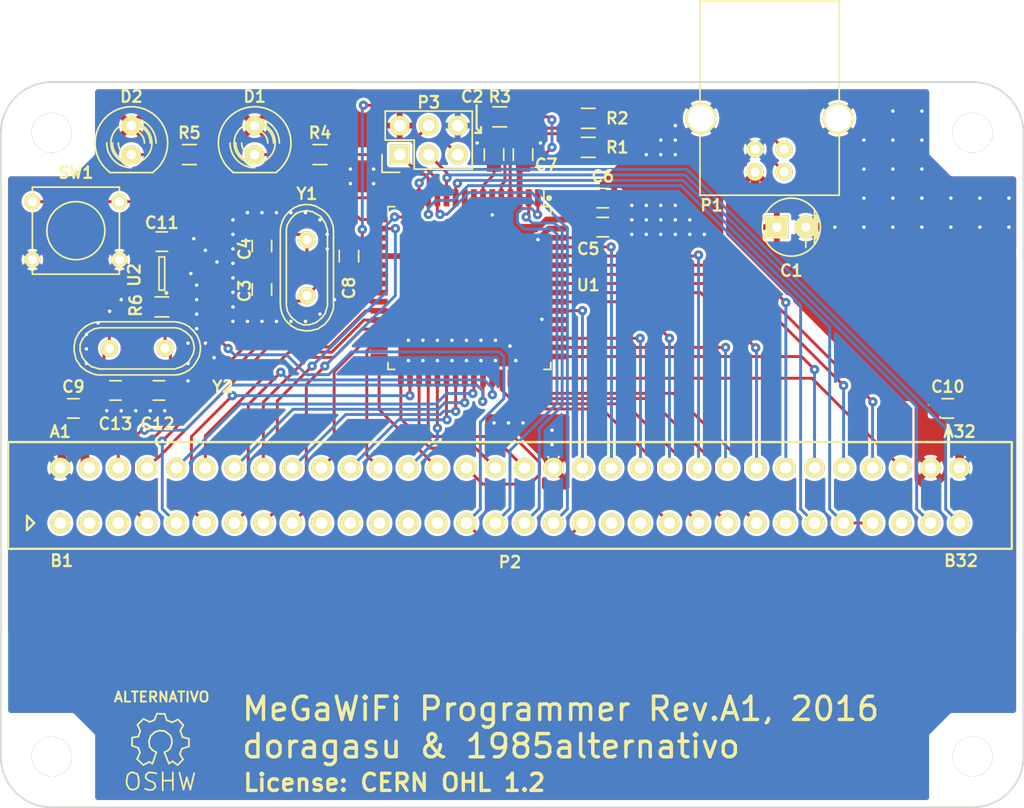
<source format=kicad_pcb>
(kicad_pcb (version 20170123) (host pcbnew "(2017-02-04 revision 9a6e5734b)-master")
  (title_block (title "MeGaWiFi Programmer") (date 2015-10-20) (rev "Proto 1") (company "doragasu & 1985alternativo") (comment 1 "License: not yet decided"))
  (layers (0 F.Cu signal) (31 B.Cu signal) (34 B.Paste user) (35 F.Paste user) (36 B.SilkS user) (37 F.SilkS user) (38 B.Mask user) (39 F.Mask user) (44 Edge.Cuts user))
  (net 0 "")
  (net 1 VCC)
  (net 2 GND)
  (net 3 "Net-(C2-Pad1)")
  (net 4 "Net-(C3-Pad2)")
  (net 5 /CLK)
  (net 6 "Net-(C5-Pad1)")
  (net 7 /LED2)
  (net 8 /LED1)
  (net 9 /D-)
  (net 10 /D+)
  (net 11 "Net-(P2-PadB1)")
  (net 12 "Net-(P2-PadB2)")
  (net 13 "Net-(P2-PadB3)")
  (net 14 /A9)
  (net 15 /A10)
  (net 16 /A18)
  (net 17 /A19)
  (net 18 /A20)
  (net 19 /A21)
  (net 20 "Net-(P2-PadB10)")
  (net 21 "Net-(P2-PadB11)")
  (net 22 "Net-(P2-PadB12)")
  (net 23 "Net-(P2-PadB13)")
  (net 24 "Net-(P2-PadB14)")
  (net 25 /~OE)
  (net 26 /~CE)
  (net 27 "Net-(P2-PadB20)")
  (net 28 "Net-(P2-PadB21)")
  (net 29 /D15)
  (net 30 /D14)
  (net 31 /D13)
  (net 32 /D12)
  (net 33 "Net-(P2-PadB26)")
  (net 34 /~W)
  (net 35 "Net-(P2-PadB30)")
  (net 36 /~C_IN)
  (net 37 /A11)
  (net 38 /A8)
  (net 39 /A7)
  (net 40 /A5)
  (net 41 /A12)
  (net 42 /A6)
  (net 43 /A13)
  (net 44 /A14)
  (net 45 /A4)
  (net 46 /A2)
  (net 47 /A15)
  (net 48 /A3)
  (net 49 /A16)
  (net 50 /A17)
  (net 51 /A1)
  (net 52 /D2)
  (net 53 /D4)
  (net 54 /D3)
  (net 55 /D5)
  (net 56 /D7)
  (net 57 /D0)
  (net 58 /D8)
  (net 59 /D6)
  (net 60 /D1)
  (net 61 /~RESET)
  (net 62 /SW)
  (net 63 /D10)
  (net 64 /D11)
  (net 65 /D9)
  (net 66 /~C_RST~/MISO)
  (net 67 /~TIME~/SCLK)
  (net 68 /~AS~/MOSI)
  (net 69 /Dm-)
  (net 70 /Dm+)
  (net 71 "Net-(D1-Pad1)")
  (net 72 "Net-(D2-Pad1)")
  (net 73 "Net-(U1-Pad19)")
  (net 74 "Net-(C12-Pad1)")
  (net 75 "Net-(C13-Pad1)")
  (net 76 "Net-(P2-PadB15)")
  (module Housings_QFP:LQFP-64_14x14mm_Pitch0.8mm (layer F.Cu) (at 143.256 82.804 270)
    (fp_text reference U1 (at -0.254 -10.414) (layer F.SilkS) (effects (font (thickness 0.2032))))
    (fp_text value AT90USB646 hide)
    (pad 1 smd rect (at -7.9 -6 270) (size 1.5 0.5) (layers F.Cu F.Paste F.Mask) (net 25 /~OE))
    (pad 2 smd rect (at -7.9 -5.2 270) (size 1.5 0.5) (layers F.Cu F.Paste F.Mask) (net 26 /~CE))
    (pad 3 smd rect (at -7.9 -4.4 270) (size 1.5 0.5) (layers F.Cu F.Paste F.Mask) (net 1 VCC))
    (pad 4 smd rect (at -7.9 -3.6 270) (size 1.5 0.5) (layers F.Cu F.Paste F.Mask) (net 69 /Dm-))
    (pad 5 smd rect (at -7.9 -2.8 270) (size 1.5 0.5) (layers F.Cu F.Paste F.Mask) (net 70 /Dm+))
    (pad 6 smd rect (at -7.9 -2 270) (size 1.5 0.5) (layers F.Cu F.Paste F.Mask) (net 2 GND))
    (pad 7 smd rect (at -7.9 -1.2 270) (size 1.5 0.5) (layers F.Cu F.Paste F.Mask) (net 3 "Net-(C2-Pad1)"))
    (pad 8 smd rect (at -7.9 -0.4 270) (size 1.5 0.5) (layers F.Cu F.Paste F.Mask) (net 1 VCC))
    (pad 9 smd rect (at -7.9 0.4 270) (size 1.5 0.5) (layers F.Cu F.Paste F.Mask) (net 18 /A20))
    (pad 10 smd rect (at -7.9 1.2 270) (size 1.5 0.5) (layers F.Cu F.Paste F.Mask) (net 34 /~W))
    (pad 11 smd rect (at -7.9 2 270) (size 1.5 0.5) (layers F.Cu F.Paste F.Mask) (net 67 /~TIME~/SCLK))
    (pad 12 smd rect (at -7.9 2.8 270) (size 1.5 0.5) (layers F.Cu F.Paste F.Mask) (net 68 /~AS~/MOSI))
    (pad 13 smd rect (at -7.9 3.6 270) (size 1.5 0.5) (layers F.Cu F.Paste F.Mask) (net 66 /~C_RST~/MISO))
    (pad 14 smd rect (at -7.9 4.4 270) (size 1.5 0.5) (layers F.Cu F.Paste F.Mask) (net 36 /~C_IN))
    (pad 15 smd rect (at -7.9 5.2 270) (size 1.5 0.5) (layers F.Cu F.Paste F.Mask) (net 8 /LED1))
    (pad 16 smd rect (at -7.9 6 270) (size 1.5 0.5) (layers F.Cu F.Paste F.Mask) (net 7 /LED2))
    (pad 17 smd rect (at -6 7.9) (size 1.5 0.5) (layers F.Cu F.Paste F.Mask) (net 62 /SW))
    (pad 18 smd rect (at -5.2 7.9) (size 1.5 0.5) (layers F.Cu F.Paste F.Mask) (net 19 /A21))
    (pad 19 smd rect (at -4.4 7.9) (size 1.5 0.5) (layers F.Cu F.Paste F.Mask) (net 73 "Net-(U1-Pad19)"))
    (pad 20 smd rect (at -3.6 7.9) (size 1.5 0.5) (layers F.Cu F.Paste F.Mask) (net 61 /~RESET))
    (pad 21 smd rect (at -2.8 7.9) (size 1.5 0.5) (layers F.Cu F.Paste F.Mask) (net 1 VCC))
    (pad 22 smd rect (at -2 7.9) (size 1.5 0.5) (layers F.Cu F.Paste F.Mask) (net 2 GND))
    (pad 23 smd rect (at -1.2 7.9) (size 1.5 0.5) (layers F.Cu F.Paste F.Mask) (net 5 /CLK))
    (pad 24 smd rect (at -0.4 7.9) (size 1.5 0.5) (layers F.Cu F.Paste F.Mask) (net 4 "Net-(C3-Pad2)"))
    (pad 25 smd rect (at 0.4 7.9) (size 1.5 0.5) (layers F.Cu F.Paste F.Mask) (net 14 /A9))
    (pad 26 smd rect (at 1.2 7.9) (size 1.5 0.5) (layers F.Cu F.Paste F.Mask) (net 15 /A10))
    (pad 27 smd rect (at 2 7.9) (size 1.5 0.5) (layers F.Cu F.Paste F.Mask) (net 37 /A11))
    (pad 28 smd rect (at 2.8 7.9) (size 1.5 0.5) (layers F.Cu F.Paste F.Mask) (net 41 /A12))
    (pad 29 smd rect (at 3.6 7.9) (size 1.5 0.5) (layers F.Cu F.Paste F.Mask) (net 43 /A13))
    (pad 30 smd rect (at 4.4 7.9) (size 1.5 0.5) (layers F.Cu F.Paste F.Mask) (net 44 /A14))
    (pad 31 smd rect (at 5.2 7.9) (size 1.5 0.5) (layers F.Cu F.Paste F.Mask) (net 47 /A15))
    (pad 32 smd rect (at 6 7.9) (size 1.5 0.5) (layers F.Cu F.Paste F.Mask) (net 49 /A16))
    (pad 33 smd rect (at 7.9 6 270) (size 1.5 0.5) (layers F.Cu F.Paste F.Mask) (net 50 /A17))
    (pad 34 smd rect (at 7.9 5.2 270) (size 1.5 0.5) (layers F.Cu F.Paste F.Mask) (net 16 /A18))
    (pad 35 smd rect (at 7.9 4.4 270) (size 1.5 0.5) (layers F.Cu F.Paste F.Mask) (net 51 /A1))
    (pad 36 smd rect (at 7.9 3.6 270) (size 1.5 0.5) (layers F.Cu F.Paste F.Mask) (net 46 /A2))
    (pad 37 smd rect (at 7.9 2.8 270) (size 1.5 0.5) (layers F.Cu F.Paste F.Mask) (net 48 /A3))
    (pad 38 smd rect (at 7.9 2 270) (size 1.5 0.5) (layers F.Cu F.Paste F.Mask) (net 45 /A4))
    (pad 39 smd rect (at 7.9 1.2 270) (size 1.5 0.5) (layers F.Cu F.Paste F.Mask) (net 40 /A5))
    (pad 40 smd rect (at 7.9 0.4 270) (size 1.5 0.5) (layers F.Cu F.Paste F.Mask) (net 42 /A6))
    (pad 41 smd rect (at 7.9 -0.4 270) (size 1.5 0.5) (layers F.Cu F.Paste F.Mask) (net 39 /A7))
    (pad 42 smd rect (at 7.9 -1.2 270) (size 1.5 0.5) (layers F.Cu F.Paste F.Mask) (net 38 /A8))
    (pad 43 smd rect (at 7.9 -2 270) (size 1.5 0.5) (layers F.Cu F.Paste F.Mask) (net 17 /A19))
    (pad 44 smd rect (at 7.9 -2.8 270) (size 1.5 0.5) (layers F.Cu F.Paste F.Mask) (net 29 /D15))
    (pad 45 smd rect (at 7.9 -3.6 270) (size 1.5 0.5) (layers F.Cu F.Paste F.Mask) (net 30 /D14))
    (pad 46 smd rect (at 7.9 -4.4 270) (size 1.5 0.5) (layers F.Cu F.Paste F.Mask) (net 31 /D13))
    (pad 47 smd rect (at 7.9 -5.2 270) (size 1.5 0.5) (layers F.Cu F.Paste F.Mask) (net 32 /D12))
    (pad 48 smd rect (at 7.9 -6 270) (size 1.5 0.5) (layers F.Cu F.Paste F.Mask) (net 64 /D11))
    (pad 49 smd rect (at 6 -7.9) (size 1.5 0.5) (layers F.Cu F.Paste F.Mask) (net 63 /D10))
    (pad 50 smd rect (at 5.2 -7.9) (size 1.5 0.5) (layers F.Cu F.Paste F.Mask) (net 65 /D9))
    (pad 51 smd rect (at 4.4 -7.9) (size 1.5 0.5) (layers F.Cu F.Paste F.Mask) (net 58 /D8))
    (pad 52 smd rect (at 3.6 -7.9) (size 1.5 0.5) (layers F.Cu F.Paste F.Mask) (net 1 VCC))
    (pad 53 smd rect (at 2.8 -7.9) (size 1.5 0.5) (layers F.Cu F.Paste F.Mask) (net 2 GND))
    (pad 54 smd rect (at 2 -7.9) (size 1.5 0.5) (layers F.Cu F.Paste F.Mask) (net 56 /D7))
    (pad 55 smd rect (at 1.2 -7.9) (size 1.5 0.5) (layers F.Cu F.Paste F.Mask) (net 59 /D6))
    (pad 56 smd rect (at 0.4 -7.9) (size 1.5 0.5) (layers F.Cu F.Paste F.Mask) (net 55 /D5))
    (pad 57 smd rect (at -0.4 -7.9) (size 1.5 0.5) (layers F.Cu F.Paste F.Mask) (net 53 /D4))
    (pad 58 smd rect (at -1.2 -7.9) (size 1.5 0.5) (layers F.Cu F.Paste F.Mask) (net 54 /D3))
    (pad 59 smd rect (at -2 -7.9) (size 1.5 0.5) (layers F.Cu F.Paste F.Mask) (net 52 /D2))
    (pad 60 smd rect (at -2.8 -7.9) (size 1.5 0.5) (layers F.Cu F.Paste F.Mask) (net 60 /D1))
    (pad 61 smd rect (at -3.6 -7.9) (size 1.5 0.5) (layers F.Cu F.Paste F.Mask) (net 57 /D0))
    (pad 62 smd rect (at -4.4 -7.9) (size 1.5 0.5) (layers F.Cu F.Paste F.Mask) (net 6 "Net-(C5-Pad1)"))
    (pad 63 smd rect (at -5.2 -7.9) (size 1.5 0.5) (layers F.Cu F.Paste F.Mask) (net 2 GND))
    (pad 64 smd rect (at -6 -7.9) (size 1.5 0.5) (layers F.Cu F.Paste F.Mask) (net 1 VCC))
  )
  (module Mounting_Holes:MountingHole_3-5mm (layer F.Cu) (at 187.325 69.215)
    (fp_text reference MountingHole_3-5mm hide)
    (fp_text value VAL** hide)
    (pad 1 thru_hole circle (at 0 0) (size 3.50012 3.50012) (drill 3.50012) (layers))
  )
  (module Mounting_Holes:MountingHole_3-5mm (layer F.Cu) (at 106.68 123.825)
    (fp_text reference MountingHole_3-5mm hide)
    (fp_text value VAL** hide)
    (pad 1 thru_hole circle (at 0 0) (size 3.50012 3.50012) (drill 3.50012) (layers))
  )
  (module Mounting_Holes:MountingHole_3-5mm (layer F.Cu) (at 187.325 123.825)
    (fp_text reference MountingHole_3-5mm hide)
    (fp_text value VAL** hide)
    (pad 1 thru_hole circle (at 0 0) (size 3.50012 3.50012) (drill 3.50012) (layers))
  )
  (module Connect:USB_B (layer F.Cu) (at 169.545 67.945 180)
    (fp_text reference P1 (at 5.08 -7.62 180) (layer F.SilkS) (effects (font (thickness 0.2032))))
    (fp_text value USB_B hide)
    (pad 1 thru_hole circle (at 1.27 -4.699 180) (size 1.524 1.524) (drill 0.8128) (layers *.Cu *.Mask F.SilkS) (net 1 VCC))
    (pad 2 thru_hole circle (at -1.27 -4.699 180) (size 1.524 1.524) (drill 0.8128) (layers *.Cu *.Mask F.SilkS) (net 9 /D-))
    (pad 3 thru_hole circle (at -1.27 -2.70002 180) (size 1.524 1.524) (drill 0.8128) (layers *.Cu *.Mask F.SilkS) (net 10 /D+))
    (pad 4 thru_hole circle (at 1.27 -2.70002 180) (size 1.524 1.524) (drill 0.8128) (layers *.Cu *.Mask F.SilkS) (net 2 GND))
    (pad 5 thru_hole circle (at 5.99948 0 180) (size 2.70002 2.70002) (drill 2.30124) (layers *.Cu *.Mask F.SilkS) (net 2 GND))
    (pad 5 thru_hole circle (at -5.99948 0 180) (size 2.70002 2.70002) (drill 2.30124) (layers *.Cu *.Mask F.SilkS) (net 2 GND))
  )
  (module Discret:SW_PUSH_SMALL (layer F.Cu) (at 108.803294 77.780142 180)
    (fp_text reference SW1 (at 0 5.08 180) (layer F.SilkS) (effects (font (thickness 0.2032))))
    (fp_text value SW_PUSH hide)
    (pad 1 thru_hole circle (at 3.81 -2.54 180) (size 1.397 1.397) (drill 0.8128) (layers *.Cu *.Mask F.SilkS) (net 2 GND))
    (pad 2 thru_hole circle (at 3.81 2.54 180) (size 1.397 1.397) (drill 0.8128) (layers *.Cu *.Mask F.SilkS) (net 62 /SW))
    (pad 1 thru_hole circle (at -3.81 -2.54 180) (size 1.397 1.397) (drill 0.8128) (layers *.Cu *.Mask F.SilkS) (net 2 GND))
    (pad 2 thru_hole circle (at -3.81 2.54 180) (size 1.397 1.397) (drill 0.8128) (layers *.Cu *.Mask F.SilkS) (net 62 /SW))
  )
  (module Capacitors_SMD:C_0805 (layer F.Cu) (at 125.095 79.121 90)
    (fp_text reference C4 (at -0.254 -1.524 90) (layer F.SilkS) (effects (font (thickness 0.2032))))
    (fp_text value 22p hide)
    (pad 1 smd rect (at -1 0 90) (size 1 1.25) (layers F.Cu F.Paste F.Mask) (net 2 GND))
    (pad 2 smd rect (at 1 0 90) (size 1 1.25) (layers F.Cu F.Paste F.Mask) (net 5 /CLK))
  )
  (module doragasu:GEN_CART_PORT (layer F.Cu) (at 146.812 100.965)
    (fp_text reference P2 (at 0 5.842) (layer F.SilkS) (effects (font (thickness 0.2032))))
    (fp_text value MD-CART-PORT hide)
    (fp_text user B32 (at 39.497 5.715) (layer F.SilkS) (effects (font (size 1.016 1.016) (thickness 0.2032))))
    (fp_text user B1 (at -39.243 5.715) (layer F.SilkS) (effects (font (size 1.016 1.016) (thickness 0.2032))))
    (fp_text user A32 (at 39.37 -5.588) (layer F.SilkS) (effects (font (size 1.016 1.016) (thickness 0.2032))))
    (fp_text user A1 (at -39.37 -5.588) (layer F.SilkS) (effects (font (size 1.016 1.016) (thickness 0.2032))))
    (pad B1 thru_hole circle (at -39.37 2.413) (size 1.778 1.778) (drill 1.016) (layers *.Cu *.Mask F.SilkS) (net 11 "Net-(P2-PadB1)"))
    (pad B2 thru_hole circle (at -36.83 2.413) (size 1.778 1.778) (drill 1.016) (layers *.Cu *.Mask F.SilkS) (net 12 "Net-(P2-PadB2)"))
    (pad B3 thru_hole circle (at -34.29 2.413) (size 1.778 1.778) (drill 1.016) (layers *.Cu *.Mask F.SilkS) (net 13 "Net-(P2-PadB3)"))
    (pad B4 thru_hole circle (at -31.75 2.413) (size 1.778 1.778) (drill 1.016) (layers *.Cu *.Mask F.SilkS) (net 14 /A9))
    (pad B5 thru_hole circle (at -29.21 2.413) (size 1.778 1.778) (drill 1.016) (layers *.Cu *.Mask F.SilkS) (net 15 /A10))
    (pad B6 thru_hole circle (at -26.67 2.413) (size 1.778 1.778) (drill 1.016) (layers *.Cu *.Mask F.SilkS) (net 16 /A18))
    (pad B7 thru_hole circle (at -24.13 2.413) (size 1.778 1.778) (drill 1.016) (layers *.Cu *.Mask F.SilkS) (net 17 /A19))
    (pad B8 thru_hole circle (at -21.59 2.413) (size 1.778 1.778) (drill 1.016) (layers *.Cu *.Mask F.SilkS) (net 18 /A20))
    (pad B9 thru_hole circle (at -19.05 2.413) (size 1.778 1.778) (drill 1.016) (layers *.Cu *.Mask F.SilkS) (net 19 /A21))
    (pad B10 thru_hole circle (at -16.51 2.413) (size 1.778 1.778) (drill 1.016) (layers *.Cu *.Mask F.SilkS) (net 20 "Net-(P2-PadB10)"))
    (pad B11 thru_hole circle (at -13.97 2.413) (size 1.778 1.778) (drill 1.016) (layers *.Cu *.Mask F.SilkS) (net 21 "Net-(P2-PadB11)"))
    (pad B12 thru_hole circle (at -11.43 2.413) (size 1.778 1.778) (drill 1.016) (layers *.Cu *.Mask F.SilkS) (net 22 "Net-(P2-PadB12)"))
    (pad B13 thru_hole circle (at -8.89 2.413) (size 1.778 1.778) (drill 1.016) (layers *.Cu *.Mask F.SilkS) (net 23 "Net-(P2-PadB13)"))
    (pad B14 thru_hole circle (at -6.35 2.413) (size 1.778 1.778) (drill 1.016) (layers *.Cu *.Mask F.SilkS) (net 24 "Net-(P2-PadB14)"))
    (pad B15 thru_hole circle (at -3.81 2.413) (size 1.778 1.778) (drill 1.016) (layers *.Cu *.Mask F.SilkS) (net 76 "Net-(P2-PadB15)"))
    (pad B16 thru_hole circle (at -1.27 2.413) (size 1.778 1.778) (drill 1.016) (layers *.Cu *.Mask F.SilkS) (net 25 /~OE))
    (pad B17 thru_hole circle (at 1.27 2.413) (size 1.778 1.778) (drill 1.016) (layers *.Cu *.Mask F.SilkS) (net 26 /~CE))
    (pad B18 thru_hole circle (at 3.81 2.413) (size 1.778 1.778) (drill 1.016) (layers *.Cu *.Mask F.SilkS) (net 68 /~AS~/MOSI))
    (pad B19 thru_hole circle (at 6.35 2.413) (size 1.778 1.778) (drill 1.016) (layers *.Cu *.Mask F.SilkS) (net 76 "Net-(P2-PadB15)"))
    (pad B20 thru_hole circle (at 8.89 2.413) (size 1.778 1.778) (drill 1.016) (layers *.Cu *.Mask F.SilkS) (net 27 "Net-(P2-PadB20)"))
    (pad B21 thru_hole circle (at 11.43 2.413) (size 1.778 1.778) (drill 1.016) (layers *.Cu *.Mask F.SilkS) (net 28 "Net-(P2-PadB21)"))
    (pad B22 thru_hole circle (at 13.97 2.413) (size 1.778 1.778) (drill 1.016) (layers *.Cu *.Mask F.SilkS) (net 29 /D15))
    (pad B23 thru_hole circle (at 16.51 2.413) (size 1.778 1.778) (drill 1.016) (layers *.Cu *.Mask F.SilkS) (net 30 /D14))
    (pad B24 thru_hole circle (at 19.05 2.413) (size 1.778 1.778) (drill 1.016) (layers *.Cu *.Mask F.SilkS) (net 31 /D13))
    (pad B25 thru_hole circle (at 21.59 2.413) (size 1.778 1.778) (drill 1.016) (layers *.Cu *.Mask F.SilkS) (net 32 /D12))
    (pad B26 thru_hole circle (at 24.13 2.413) (size 1.778 1.778) (drill 1.016) (layers *.Cu *.Mask F.SilkS) (net 33 "Net-(P2-PadB26)"))
    (pad B27 thru_hole circle (at 26.67 2.413) (size 1.778 1.778) (drill 1.016) (layers *.Cu *.Mask F.SilkS) (net 66 /~C_RST~/MISO))
    (pad B28 thru_hole circle (at 29.21 2.413) (size 1.778 1.778) (drill 1.016) (layers *.Cu *.Mask F.SilkS) (net 34 /~W))
    (pad B29 thru_hole circle (at 31.75 2.413) (size 1.778 1.778) (drill 1.016) (layers *.Cu *.Mask F.SilkS) (net 34 /~W))
    (pad B30 thru_hole circle (at 34.29 2.413) (size 1.778 1.778) (drill 1.016) (layers *.Cu *.Mask F.SilkS) (net 35 "Net-(P2-PadB30)"))
    (pad B31 thru_hole circle (at 36.83 2.413) (size 1.778 1.778) (drill 1.016) (layers *.Cu *.Mask F.SilkS) (net 67 /~TIME~/SCLK))
    (pad B32 thru_hole circle (at 39.37 2.413) (size 1.778 1.778) (drill 1.016) (layers *.Cu *.Mask F.SilkS) (net 36 /~C_IN))
    (pad A4 thru_hole circle (at -31.75 -2.413) (size 1.778 1.778) (drill 1.016) (layers *.Cu *.Mask F.SilkS) (net 37 /A11))
    (pad A1 thru_hole circle (at -39.37 -2.413) (size 1.778 1.778) (drill 1.016) (layers *.Cu *.Mask F.SilkS) (net 2 GND))
    (pad A2 thru_hole circle (at -36.83 -2.413) (size 1.778 1.778) (drill 1.016) (layers *.Cu *.Mask F.SilkS) (net 1 VCC))
    (pad A3 thru_hole circle (at -34.29 -2.413) (size 1.778 1.778) (drill 1.016) (layers *.Cu *.Mask F.SilkS) (net 38 /A8))
    (pad A5 thru_hole circle (at -29.21 -2.413) (size 1.778 1.778) (drill 1.016) (layers *.Cu *.Mask F.SilkS) (net 39 /A7))
    (pad A9 thru_hole circle (at -19.05 -2.413) (size 1.778 1.778) (drill 1.016) (layers *.Cu *.Mask F.SilkS) (net 40 /A5))
    (pad A6 thru_hole circle (at -26.67 -2.413) (size 1.778 1.778) (drill 1.016) (layers *.Cu *.Mask F.SilkS) (net 41 /A12))
    (pad A7 thru_hole circle (at -24.13 -2.413) (size 1.778 1.778) (drill 1.016) (layers *.Cu *.Mask F.SilkS) (net 42 /A6))
    (pad A8 thru_hole circle (at -21.59 -2.413) (size 1.778 1.778) (drill 1.016) (layers *.Cu *.Mask F.SilkS) (net 43 /A13))
    (pad A10 thru_hole circle (at -16.51 -2.413) (size 1.778 1.778) (drill 1.016) (layers *.Cu *.Mask F.SilkS) (net 44 /A14))
    (pad A11 thru_hole circle (at -13.97 -2.413) (size 1.778 1.778) (drill 1.016) (layers *.Cu *.Mask F.SilkS) (net 45 /A4))
    (pad A15 thru_hole circle (at -3.81 -2.413) (size 1.778 1.778) (drill 1.016) (layers *.Cu *.Mask F.SilkS) (net 46 /A2))
    (pad A12 thru_hole circle (at -11.43 -2.413) (size 1.778 1.778) (drill 1.016) (layers *.Cu *.Mask F.SilkS) (net 47 /A15))
    (pad A13 thru_hole circle (at -8.89 -2.413) (size 1.778 1.778) (drill 1.016) (layers *.Cu *.Mask F.SilkS) (net 48 /A3))
    (pad A14 thru_hole circle (at -6.35 -2.413) (size 1.778 1.778) (drill 1.016) (layers *.Cu *.Mask F.SilkS) (net 49 /A16))
    (pad A16 thru_hole circle (at -1.27 -2.413) (size 1.778 1.778) (drill 1.016) (layers *.Cu *.Mask F.SilkS) (net 50 /A17))
    (pad A17 thru_hole circle (at 1.27 -2.413) (size 1.778 1.778) (drill 1.016) (layers *.Cu *.Mask F.SilkS) (net 51 /A1))
    (pad A26 thru_hole circle (at 24.13 -2.413) (size 1.778 1.778) (drill 1.016) (layers *.Cu *.Mask F.SilkS) (net 52 /D2))
    (pad A27 thru_hole circle (at 26.67 -2.413) (size 1.778 1.778) (drill 1.016) (layers *.Cu *.Mask F.SilkS) (net 63 /D10))
    (pad A28 thru_hole circle (at 29.21 -2.413) (size 1.778 1.778) (drill 1.016) (layers *.Cu *.Mask F.SilkS) (net 53 /D4))
    (pad A29 thru_hole circle (at 31.75 -2.413) (size 1.778 1.778) (drill 1.016) (layers *.Cu *.Mask F.SilkS) (net 54 /D3))
    (pad A30 thru_hole circle (at 34.29 -2.413) (size 1.778 1.778) (drill 1.016) (layers *.Cu *.Mask F.SilkS) (net 64 /D11))
    (pad A31 thru_hole circle (at 36.83 -2.413) (size 1.778 1.778) (drill 1.016) (layers *.Cu *.Mask F.SilkS) (net 1 VCC))
    (pad A25 thru_hole circle (at 21.59 -2.413) (size 1.778 1.778) (drill 1.016) (layers *.Cu *.Mask F.SilkS) (net 55 /D5))
    (pad A32 thru_hole circle (at 39.37 -2.413) (size 1.778 1.778) (drill 1.016) (layers *.Cu *.Mask F.SilkS) (net 2 GND))
    (pad A18 thru_hole circle (at 3.81 -2.413) (size 1.778 1.778) (drill 1.016) (layers *.Cu *.Mask F.SilkS) (net 2 GND))
    (pad A19 thru_hole circle (at 6.35 -2.413) (size 1.778 1.778) (drill 1.016) (layers *.Cu *.Mask F.SilkS) (net 56 /D7))
    (pad A20 thru_hole circle (at 8.89 -2.413) (size 1.778 1.778) (drill 1.016) (layers *.Cu *.Mask F.SilkS) (net 57 /D0))
    (pad A21 thru_hole circle (at 11.43 -2.413) (size 1.778 1.778) (drill 1.016) (layers *.Cu *.Mask F.SilkS) (net 58 /D8))
    (pad A22 thru_hole circle (at 13.97 -2.413) (size 1.778 1.778) (drill 1.016) (layers *.Cu *.Mask F.SilkS) (net 59 /D6))
    (pad A23 thru_hole circle (at 16.51 -2.413) (size 1.778 1.778) (drill 1.016) (layers *.Cu *.Mask F.SilkS) (net 60 /D1))
    (pad A24 thru_hole circle (at 19.05 -2.413) (size 1.778 1.778) (drill 1.016) (layers *.Cu *.Mask F.SilkS) (net 65 /D9))
  )
  (module Capacitors_SMD:C_0805 (layer F.Cu) (at 145.415 71.12 90)
    (fp_text reference C2 (at 5.08 -1.905 180) (layer F.SilkS) (effects (font (thickness 0.2032))))
    (fp_text value 1u hide)
    (pad 1 smd rect (at -1 0 90) (size 1 1.25) (layers F.Cu F.Paste F.Mask) (net 3 "Net-(C2-Pad1)"))
    (pad 2 smd rect (at 1 0 90) (size 1 1.25) (layers F.Cu F.Paste F.Mask) (net 2 GND))
  )
  (module Capacitors_SMD:C_0805 (layer F.Cu) (at 125.095 82.931 270)
    (fp_text reference C3 (at 0.127 1.524 270) (layer F.SilkS) (effects (font (thickness 0.2032))))
    (fp_text value 22p hide)
    (pad 1 smd rect (at -1 0 270) (size 1 1.25) (layers F.Cu F.Paste F.Mask) (net 2 GND))
    (pad 2 smd rect (at 1 0 270) (size 1 1.25) (layers F.Cu F.Paste F.Mask) (net 4 "Net-(C3-Pad2)"))
  )
  (module Capacitors_SMD:C_0805 (layer F.Cu) (at 154.94 77.47)
    (fp_text reference C5 (at -1.27 1.905) (layer F.SilkS) (effects (font (thickness 0.2032))))
    (fp_text value NP hide)
    (pad 1 smd rect (at -1 0) (size 1 1.25) (layers F.Cu F.Paste F.Mask) (net 6 "Net-(C5-Pad1)"))
    (pad 2 smd rect (at 1 0) (size 1 1.25) (layers F.Cu F.Paste F.Mask) (net 2 GND))
  )
  (module Capacitors_SMD:C_0805 (layer F.Cu) (at 154.94 74.93)
    (fp_text reference C6 (at 0 -1.905) (layer F.SilkS) (effects (font (thickness 0.2032))))
    (fp_text value 100n hide)
    (pad 1 smd rect (at -1 0) (size 1 1.25) (layers F.Cu F.Paste F.Mask) (net 1 VCC))
    (pad 2 smd rect (at 1 0) (size 1 1.25) (layers F.Cu F.Paste F.Mask) (net 2 GND))
  )
  (module Capacitors_SMD:C_0805 (layer F.Cu) (at 147.955 71.12 90)
    (fp_text reference C7 (at -0.889 2.032 180) (layer F.SilkS) (effects (font (thickness 0.2032))))
    (fp_text value 100n hide)
    (pad 1 smd rect (at -1 0 90) (size 1 1.25) (layers F.Cu F.Paste F.Mask) (net 1 VCC))
    (pad 2 smd rect (at 1 0 90) (size 1 1.25) (layers F.Cu F.Paste F.Mask) (net 2 GND))
  )
  (module Capacitors_SMD:C_0805 (layer F.Cu) (at 132.715 80.01 270)
    (fp_text reference C8 (at 2.794 0 270) (layer F.SilkS) (effects (font (thickness 0.2032))))
    (fp_text value 100n hide)
    (pad 1 smd rect (at -1 0 270) (size 1 1.25) (layers F.Cu F.Paste F.Mask) (net 1 VCC))
    (pad 2 smd rect (at 1 0 270) (size 1 1.25) (layers F.Cu F.Paste F.Mask) (net 2 GND))
  )
  (module Capacitors_SMD:C_0805 (layer F.Cu) (at 108.585 93.345 180)
    (fp_text reference C9 (at 0 1.905 180) (layer F.SilkS) (effects (font (thickness 0.2032))))
    (fp_text value NP hide)
    (pad 1 smd rect (at -1 0 180) (size 1 1.25) (layers F.Cu F.Paste F.Mask) (net 1 VCC))
    (pad 2 smd rect (at 1 0 180) (size 1 1.25) (layers F.Cu F.Paste F.Mask) (net 2 GND))
  )
  (module Capacitors_SMD:C_0805 (layer F.Cu) (at 185.15 93.345)
    (fp_text reference C10 (at 0 -1.905) (layer F.SilkS) (effects (font (thickness 0.2032))))
    (fp_text value NP hide)
    (pad 1 smd rect (at -1 0) (size 1 1.25) (layers F.Cu F.Paste F.Mask) (net 1 VCC))
    (pad 2 smd rect (at 1 0) (size 1 1.25) (layers F.Cu F.Paste F.Mask) (net 2 GND))
  )
  (module LEDs:LED-5MM (layer F.Cu) (at 124.46 69.85 270)
    (fp_text reference D1 (at -3.81 0) (layer F.SilkS) (effects (font (thickness 0.2032))))
    (fp_text value LED hide)
    (pad 2 thru_hole circle (at -1.27 0 270) (size 1.6764 1.6764) (drill 0.8128) (layers *.Cu *.Mask F.SilkS) (net 1 VCC))
    (pad 1 thru_hole circle (at 1.27 0 270) (size 1.6764 1.6764) (drill 0.8128) (layers *.Cu *.Mask F.SilkS) (net 71 "Net-(D1-Pad1)"))
  )
  (module LEDs:LED-5MM (layer F.Cu) (at 113.665 69.85 270)
    (fp_text reference D2 (at -3.81 0) (layer F.SilkS) (effects (font (thickness 0.2032))))
    (fp_text value LED hide)
    (pad 2 thru_hole circle (at -1.27 0 270) (size 1.6764 1.6764) (drill 0.8128) (layers *.Cu *.Mask F.SilkS) (net 1 VCC))
    (pad 1 thru_hole circle (at 1.27 0 270) (size 1.6764 1.6764) (drill 0.8128) (layers *.Cu *.Mask F.SilkS) (net 72 "Net-(D2-Pad1)"))
  )
  (module Resistors_SMD:R_0805 (layer F.Cu) (at 153.67 70.485)
    (fp_text reference R1 (at 2.54 0) (layer F.SilkS) (effects (font (thickness 0.2032))))
    (fp_text value 22 hide)
    (pad 1 smd rect (at -0.95 0) (size 0.7 1.3) (layers F.Cu F.Paste F.Mask) (net 69 /Dm-))
    (pad 2 smd rect (at 0.95 0) (size 0.7 1.3) (layers F.Cu F.Paste F.Mask) (net 9 /D-))
  )
  (module Resistors_SMD:R_0805 (layer F.Cu) (at 153.67 67.945)
    (fp_text reference R2 (at 2.54 0) (layer F.SilkS) (effects (font (thickness 0.2032))))
    (fp_text value 22 hide)
    (pad 1 smd rect (at -0.95 0) (size 0.7 1.3) (layers F.Cu F.Paste F.Mask) (net 70 /Dm+))
    (pad 2 smd rect (at 0.95 0) (size 0.7 1.3) (layers F.Cu F.Paste F.Mask) (net 10 /D+))
  )
  (module Resistors_SMD:R_0805 (layer F.Cu) (at 145.923 67.818 180)
    (fp_text reference R3 (at 0 1.778 180) (layer F.SilkS) (effects (font (thickness 0.2032))))
    (fp_text value 47k hide)
    (pad 1 smd rect (at -0.95 0 180) (size 0.7 1.3) (layers F.Cu F.Paste F.Mask) (net 1 VCC))
    (pad 2 smd rect (at 0.95 0 180) (size 0.7 1.3) (layers F.Cu F.Paste F.Mask) (net 61 /~RESET))
  )
  (module Resistors_SMD:R_0805 (layer F.Cu) (at 130.175 71.12 180)
    (fp_text reference R4 (at 0 1.905 180) (layer F.SilkS) (effects (font (thickness 0.2032))))
    (fp_text value 220 hide)
    (pad 1 smd rect (at -0.95 0 180) (size 0.7 1.3) (layers F.Cu F.Paste F.Mask) (net 8 /LED1))
    (pad 2 smd rect (at 0.95 0 180) (size 0.7 1.3) (layers F.Cu F.Paste F.Mask) (net 71 "Net-(D1-Pad1)"))
  )
  (module Resistors_SMD:R_0805 (layer F.Cu) (at 118.745 71.12 180)
    (fp_text reference R5 (at 0 1.905 180) (layer F.SilkS) (effects (font (thickness 0.2032))))
    (fp_text value 220 hide)
    (pad 1 smd rect (at -0.95 0 180) (size 0.7 1.3) (layers F.Cu F.Paste F.Mask) (net 7 /LED2))
    (pad 2 smd rect (at 0.95 0 180) (size 0.7 1.3) (layers F.Cu F.Paste F.Mask) (net 72 "Net-(D2-Pad1)"))
  )
  (module Crystals:Crystal_HC49-U_Vertical (layer F.Cu) (at 129.032 81.026 90)
    (fp_text reference Y1 (at 6.477 0 180) (layer F.SilkS) (effects (font (thickness 0.2032))))
    (fp_text value 8MHz hide)
    (pad 1 thru_hole circle (at -2.44094 0 90) (size 1.50114 1.50114) (drill 0.8001) (layers *.Cu *.Mask F.SilkS) (net 4 "Net-(C3-Pad2)"))
    (pad 2 thru_hole circle (at 2.44094 0 90) (size 1.50114 1.50114) (drill 0.8001) (layers *.Cu *.Mask F.SilkS) (net 5 /CLK))
  )
  (module Mounting_Holes:MountingHole_3-5mm (layer F.Cu) (at 106.68 69.215)
    (fp_text reference MountingHole_3-5mm hide)
    (fp_text value VAL** hide)
    (pad 1 thru_hole circle (at 0 0) (size 3.50012 3.50012) (drill 3.50012) (layers))
  )
  (module Symbols:Symbol_OSHW-Logo_SilkScreen (layer F.Cu) (at 116.205 122.555)
    (fp_text reference Symbol_OSHW-Logo_SilkScreen hide)
    (fp_text value VAL** hide)
  )
  (module doragasu:LOGO-1985alt (layer F.Cu) (at 116.205 116.205)
    (fp_text reference REF** hide)
    (fp_text value ALTERNATIVO (at 0.1 2.4) (layer F.SilkS) (effects (font (size 0.889 0.889) (thickness 0.1524))))
    (fp_poly (pts (xy -0.43902 -1.02466) (xy -0.09423 -1.33407) (xy -0.20485 -0.12145) (xy -0.32926 -0.00601) (xy -0.51367 -0.20001) (xy -0.43902 -1.02466)) (layer F.Cu) (width 0.01))
    (fp_poly (pts (xy -4.013449 -1.38366) (xy -2.35162 -1.38366) (xy -2.69162 -1.06546) (xy -3.724441 -1.06546) (xy -4.013449 -1.38366)) (layer F.Cu) (width 0.01))
    (fp_poly (pts (xy -2.75824 -0.09731) (xy -2.61588 0.05243) (xy -2.78688 0.20217) (xy -3.852424 0.20217) (xy -3.984477 0.05243) (xy -3.821609 -0.09731) (xy -2.75824 -0.09731)) (layer F.Cu) (width 0.01))
    (fp_poly (pts (xy -4.152175 -0.07838) (xy -4.042474 -1.32599) (xy -3.754715 -1.0078) (xy -3.829368 -0.15938) (xy -4.04318 0.04038) (xy -4.152175 -0.07838)) (layer F.Cu) (width 0.01))
    (fp_poly (pts (xy -2.63757 1.49655) (xy -4.239523 1.49655) (xy -3.904997 1.178299) (xy -2.91156 1.178299) (xy -2.63757 1.49655)) (layer F.Cu) (width 0.01))
    (fp_poly (pts (xy -2.08452 1.427811) (xy -1.97737 0.20884) (xy -1.85307 0.08829) (xy -1.67485 0.28366) (xy -1.7437 1.115744) (xy -2.08452 1.427811)) (layer F.Cu) (width 0.01))
    (fp_poly (pts (xy -3.872227 0.29787) (xy -3.942594 1.116721) (xy -4.29063 1.423796) (xy -4.181255 0.22425) (xy -4.054248 0.10565) (xy -3.872227 0.29787)) (layer F.Cu) (width 0.01))
    (fp_poly (pts (xy -2.74234 -0.20863) (xy -2.66785 -1.05699) (xy -2.31966 -1.37634) (xy -2.42995 -0.1278) (xy -2.55831 -0.00903) (xy -2.74234 -0.20863)) (layer F.Cu) (width 0.01))
    (fp_poly (pts (xy -2.46159 0.23266) (xy -2.57085 1.476964) (xy -2.85796 1.157846) (xy -2.78775 0.30905) (xy -2.57166 0.10967) (xy -2.46159 0.23266)) (layer F.Cu) (width 0.01))
    (fp_poly (pts (xy 3.89659 -0.19713) (xy 3.97109 -1.01756) (xy 4.31419 -1.32528) (xy 4.2047 -0.11895) (xy 4.08058 -0.00405) (xy 3.89659 -0.19713)) (layer F.Cu) (width 0.01))
    (fp_poly (pts (xy 2.7505 0.29966) (xy 2.68029 1.135331) (xy 2.3328 1.448753) (xy 2.44201 0.22452) (xy 2.56875 0.10348) (xy 2.7505 0.29966)) (layer F.Cu) (width 0.01))
    (fp_poly (pts (xy 4.22645 0.21167) (xy 4.11616 1.403722) (xy 3.8334 1.09871) (xy 3.90441 0.28496) (xy 4.1204 0.09366) (xy 4.22645 0.21167)) (layer F.Cu) (width 0.01))
    (fp_poly (pts (xy 4.35938 -1.38235) (xy 4.01991 -1.07614) (xy 2.98894 -1.07614) (xy 2.70041 -1.38235) (xy 4.35938 -1.38235)) (layer F.Cu) (width 0.01))
    (fp_poly (pts (xy 3.93073 -0.1227) (xy 4.07477 0.03637) (xy 3.90191 0.1955) (xy 2.82775 0.1955) (xy 2.6919 0.03637) (xy 2.85656 -0.1227) (xy 3.93073 -0.1227)) (layer F.Cu) (width 0.01))
    (fp_poly (pts (xy 2.52654 -0.12574) (xy 2.63677 -1.34324) (xy 2.92383 -1.03274) (xy 2.85298 -0.20441) (xy 2.63677 -0.00974) (xy 2.52654 -0.12574)) (layer F.Cu) (width 0.01))
    (fp_poly (pts (xy 4.06847 1.471159) (xy 2.47565 1.471159) (xy 2.80568 1.152908) (xy 3.79552 1.152908) (xy 4.06847 1.471159)) (layer F.Cu) (width 0.01))
    (fp_poly (pts (xy -0.23182 0.21796) (xy -0.34098 1.437468) (xy -0.6238 1.125456) (xy -0.55355 0.29294) (xy -0.33767 0.09741) (xy -0.23182 0.21796)) (layer F.Cu) (width 0.01))
    (fp_poly (pts (xy -0.14849 -1.38767) (xy -0.47731 -1.07838) (xy -1.47623 -1.07838) (xy -1.75574 -1.38767) (xy -0.14849 -1.38767)) (layer F.Cu) (width 0.01))
    (fp_poly (pts (xy -0.52484 -0.11695) (xy -0.38096 0.03773) (xy -0.5537 0.19241) (xy -1.62814 0.19241) (xy -1.76399 0.03773) (xy -1.59928 -0.11695) (xy -0.52484 -0.11695)) (layer F.Cu) (width 0.01))
    (fp_poly (pts (xy -1.9242 -0.12151) (xy -1.81482 -1.33419) (xy -1.52994 -1.02488) (xy -1.6002 -0.19991) (xy -1.81482 -0.00601) (xy -1.9242 -0.12151)) (layer F.Cu) (width 0.01))
    (fp_poly (pts (xy -0.39924 1.481847) (xy -2.0466 1.481847) (xy -1.70534 1.185894) (xy -0.68153 1.185894) (xy -0.39924 1.481847)) (layer F.Cu) (width 0.01))
    (fp_poly (pts (xy 1.68598 -0.18726) (xy 1.76048 -1.0226) (xy 2.10358 -1.33596) (xy 1.99409 -0.10767) (xy 1.86997 0.0093) (xy 1.68598 -0.18726)) (layer F.Cu) (width 0.01))
    (fp_poly (pts (xy 1.96506 0.21785) (xy 1.85586 1.442079) (xy 1.57293 1.128874) (xy 1.64318 0.2931) (xy 1.85916 0.09681) (xy 1.96506 0.21785)) (layer F.Cu) (width 0.01))
    (fp_poly (pts (xy 2.05643 -1.38502) (xy 1.71702 -1.07164) (xy 0.68598 -1.07164) (xy 0.39747 -1.38502) (xy 2.05643 -1.38502)) (layer F.Cu) (width 0.01))
    (fp_poly (pts (xy 1.68398 -0.11624) (xy 1.83252 0.04038) (xy 1.65419 0.19707) (xy 0.54281 0.19707) (xy 0.40501 0.04038) (xy 0.57493 -0.11624) (xy 1.68398 -0.11624)) (layer F.Cu) (width 0.01))
    (fp_poly (pts (xy 0.27241 -0.10502) (xy 0.38195 -1.33348) (xy 0.66922 -1.02016) (xy 0.59468 -0.18477) (xy 0.38119 0.01195) (xy 0.27241 -0.10502) (xy 0.27241 -0.10502)) (layer F.Cu) (width 0.01))
    (fp_poly (pts (xy 1.82168 1.481847) (xy 0.15583 1.481847) (xy 0.50375 1.168533) (xy 1.53684 1.168533) (xy 1.82168 1.481847)) (layer F.Cu) (width 0.01))
    (fp_poly (pts (xy 0.47901 1.131315) (xy 0.13156 1.444738) (xy 0.24079 0.22051) (xy 0.36752 0.09947) (xy 0.54922 0.29565) (xy 0.47901 1.131315)) (layer F.Cu) (width 0.01))
  )
  (module Capacitors_ThroughHole:Capacitor5x11RM2.5 (layer F.Cu) (at 171.45 77.47 270)
    (fp_text reference C1 (at 3.81 0) (layer F.SilkS) (effects (font (thickness 0.2032))))
    (fp_text value 6.8u hide)
    (pad 1 thru_hole rect (at 0 1.27 270) (size 1.99898 1.99898) (drill 0.8001) (layers *.Cu *.Mask F.SilkS) (net 1 VCC))
    (pad 2 thru_hole circle (at 0 -1.27 270) (size 1.99898 1.99898) (drill 0.8001) (layers *.Cu *.Mask F.SilkS) (net 2 GND))
  )
  (module Capacitors_SMD:C_0805 (layer F.Cu) (at 116.332 78.74)
    (fp_text reference C11 (at 0 -1.651) (layer F.SilkS) (effects (font (size 1.016 1.016) (thickness 0.2032))))
    (fp_text value 100n hide)
    (pad 1 smd rect (at -1 0) (size 1 1.25) (layers F.Cu F.Paste F.Mask) (net 1 VCC))
    (pad 2 smd rect (at 1 0) (size 1 1.25) (layers F.Cu F.Paste F.Mask) (net 2 GND))
  )
  (module Capacitors_SMD:C_0805 (layer F.Cu) (at 116.078 91.7702 180)
    (fp_text reference C12 (at 0.127 -2.921 180) (layer F.SilkS) (effects (font (size 1.016 1.016) (thickness 0.2032))))
    (fp_text value 22p hide)
    (pad 1 smd rect (at -1 0 180) (size 1 1.25) (layers F.Cu F.Paste F.Mask) (net 74 "Net-(C12-Pad1)"))
    (pad 2 smd rect (at 1 0 180) (size 1 1.25) (layers F.Cu F.Paste F.Mask) (net 2 GND))
  )
  (module Capacitors_SMD:C_0805 (layer F.Cu) (at 112.268 91.7702)
    (fp_text reference C13 (at 0 2.921) (layer F.SilkS) (effects (font (size 1.016 1.016) (thickness 0.2032))))
    (fp_text value 22p hide)
    (pad 1 smd rect (at -1 0) (size 1 1.25) (layers F.Cu F.Paste F.Mask) (net 75 "Net-(C13-Pad1)"))
    (pad 2 smd rect (at 1 0) (size 1 1.25) (layers F.Cu F.Paste F.Mask) (net 2 GND))
  )
  (module Pin_Headers:Pin_Header_Straight_2x03 (layer F.Cu) (at 137.16 71.12 90)
    (fp_text reference P3 (at 4.572 2.54 180) (layer F.SilkS) (effects (font (size 1.016 1.016) (thickness 0.2032))))
    (fp_text value CONN_02X03 hide)
    (pad 1 thru_hole rect (at 0 0 90) (size 1.7272 1.7272) (drill 1.016) (layers *.Cu *.Mask F.SilkS) (net 66 /~C_RST~/MISO))
    (pad 2 thru_hole oval (at 2.54 0 90) (size 1.7272 1.7272) (drill 1.016) (layers *.Cu *.Mask F.SilkS) (net 1 VCC))
    (pad 3 thru_hole oval (at 0 2.54 90) (size 1.7272 1.7272) (drill 1.016) (layers *.Cu *.Mask F.SilkS) (net 67 /~TIME~/SCLK))
    (pad 4 thru_hole oval (at 2.54 2.54 90) (size 1.7272 1.7272) (drill 1.016) (layers *.Cu *.Mask F.SilkS) (net 68 /~AS~/MOSI))
    (pad 5 thru_hole oval (at 0 5.08 90) (size 1.7272 1.7272) (drill 1.016) (layers *.Cu *.Mask F.SilkS) (net 61 /~RESET))
    (pad 6 thru_hole oval (at 2.54 5.08 90) (size 1.7272 1.7272) (drill 1.016) (layers *.Cu *.Mask F.SilkS) (net 2 GND))
  )
  (module Crystals:Crystal_HC49-U_Vertical (layer F.Cu) (at 114.173 88.0872)
    (fp_text reference Y2 (at 7.493 3.3528) (layer F.SilkS) (effects (font (size 1.016 1.016) (thickness 0.2032))))
    (fp_text value 14.74MHz hide)
    (pad 1 thru_hole circle (at -2.44094 0) (size 1.50114 1.50114) (drill 0.8001) (layers *.Cu *.Mask F.SilkS) (net 75 "Net-(C13-Pad1)"))
    (pad 2 thru_hole circle (at 2.44094 0) (size 1.50114 1.50114) (drill 0.8001) (layers *.Cu *.Mask F.SilkS) (net 74 "Net-(C12-Pad1)"))
  )
  (module Housings_SOT-23_SOT-143_TSOT-6:SOT23-6 (layer F.Cu) (at 116.332 81.534 180)
    (fp_text reference U2 (at 2.413 -0.127 270) (layer F.SilkS) (effects (font (size 1.016 1.016) (thickness 0.2032))))
    (fp_text value 74LVC2G14 hide)
    (pad 1 smd rect (at -1.1 -0.95 180) (size 1.06 0.65) (layers F.Cu F.Paste F.Mask) (net 74 "Net-(C12-Pad1)"))
    (pad 2 smd rect (at -1.1 0 180) (size 1.06 0.65) (layers F.Cu F.Paste F.Mask) (net 2 GND))
    (pad 3 smd rect (at -1.1 0.95 180) (size 1.06 0.65) (layers F.Cu F.Paste F.Mask) (net 75 "Net-(C13-Pad1)"))
    (pad 4 smd rect (at 1.1 0.95 180) (size 1.06 0.65) (layers F.Cu F.Paste F.Mask) (net 76 "Net-(P2-PadB15)"))
    (pad 6 smd rect (at 1.1 -0.95 180) (size 1.06 0.65) (layers F.Cu F.Paste F.Mask) (net 75 "Net-(C13-Pad1)"))
    (pad 5 smd rect (at 1.1 0 180) (size 1.06 0.65) (layers F.Cu F.Paste F.Mask) (net 1 VCC))
  )
  (module Resistors_SMD:R_0805 (layer F.Cu) (at 116.332 84.455)
    (fp_text reference R6 (at -2.286 -0.127 270) (layer F.SilkS) (effects (font (size 1.016 1.016) (thickness 0.2032))))
    (fp_text value 1meg hide)
    (pad 1 smd rect (at -0.95 0) (size 0.7 1.3) (layers F.Cu F.Paste F.Mask) (net 75 "Net-(C13-Pad1)"))
    (pad 2 smd rect (at 0.95 0) (size 0.7 1.3) (layers F.Cu F.Paste F.Mask) (net 74 "Net-(C12-Pad1)"))
  )
  (gr_text "License: CERN OHL 1.2" (at 123.317 126.111) (layer F.SilkS) (effects (font (size 1.5 1.5) (thickness 0.3)) (justify left)))
  (gr_text ALTERNATIVO (at 116.332 118.618) (layer F.SilkS) (effects (font (size 0.889 0.889) (thickness 0.1524))))
  (gr_arc (start 106.68 123.825) (end 106.68 128.27) (angle 90) (layer Edge.Cuts) (width 0.15))
  (gr_arc (start 187.325 123.825) (end 191.77 123.825) (angle 90) (layer Edge.Cuts) (width 0.15))
  (gr_arc (start 187.325 69.215) (end 187.325 64.77) (angle 90) (layer Edge.Cuts) (width 0.15))
  (gr_arc (start 106.68 69.215) (end 102.235 69.215) (angle 90) (layer Edge.Cuts) (width 0.15))
  (gr_circle (center 150.241 74.93) (end 150.368 74.93) (layer F.SilkS) (width 0.254))
  (gr_text "MeGaWiFi Programmer Rev.A1, 2016\ndoragasu & 1985alternativo\n" (at 123.19 121.285) (layer F.SilkS) (effects (font (size 2.032 2.032) (thickness 0.3048)) (justify left)))
  (gr_line (start 144.272 69.215) (end 143.764 69.215) (layer F.SilkS) (width 0.2))
  (gr_line (start 144.272 69.215) (end 144.272 68.707) (layer F.SilkS) (width 0.2))
  (gr_line (start 143.891 68.834) (end 144.272 69.215) (layer F.SilkS) (width 0.2))
  (gr_line (start 143.891 66.802) (end 143.891 68.834) (layer F.SilkS) (width 0.2))
  (gr_line (start 187.325 128.27) (end 106.68 128.27) (layer Edge.Cuts) (width 0.15))
  (gr_line (start 191.77 69.215) (end 191.77 123.825) (layer Edge.Cuts) (width 0.15))
  (gr_line (start 106.68 64.77) (end 187.325 64.77) (layer Edge.Cuts) (width 0.15))
  (gr_line (start 102.235 123.825) (end 102.235 69.215) (layer Edge.Cuts) (width 0.15))
  (segment (start 111.76 84.836) (end 112.776 83.82) (width 0.762) (layer F.Cu) (net 0))
  (segment (start 110.744 85.852) (end 111.76 84.836) (width 0.762) (layer F.Cu) (net 0))
  (segment (start 109.728 86.868) (end 110.744 85.852) (width 0.762) (layer F.Cu) (net 0))
  (segment (start 109.728 90.043) (end 109.728 89.408) (width 0.254) (layer F.Cu) (net 0))
  (via (at 112.776 83.82) (size 0.8128) (drill 0.3048) (layers F.Cu B.Cu) (net 0))
  (via (at 111.76 84.836) (size 0.8128) (drill 0.3048) (layers F.Cu B.Cu) (net 0))
  (via (at 110.744 85.852) (size 0.8128) (drill 0.3048) (layers F.Cu B.Cu) (net 0))
  (segment (start 109.728 88.138) (end 109.728 86.868) (width 0.254) (layer F.Cu) (net 0))
  (via (at 109.728 86.868) (size 0.8128) (drill 0.3048) (layers F.Cu B.Cu) (net 0))
  (segment (start 109.728 89.408) (end 109.728 88.138) (width 0.254) (layer B.Cu) (net 0))
  (via (at 109.728 88.138) (size 0.8128) (drill 0.3048) (layers F.Cu B.Cu) (net 0))
  (via (at 109.728 89.408) (size 0.8128) (drill 0.3048) (layers F.Cu B.Cu) (net 0))
  (segment (start 115.232 81.534) (end 114.1476 81.534) (width 0.762) (layer F.Cu) (net 1))
  (segment (start 114.1476 81.534) (end 114.046 81.4324) (width 0.762) (layer F.Cu) (net 1))
  (segment (start 114.046 77.216) (end 114.046 81.4324) (width 0.762) (layer F.Cu) (net 1))
  (segment (start 132.715 79.01) (end 132.715 76.799402) (width 0.762) (layer F.Cu) (net 1))
  (segment (start 113.3094 82.169) (end 103.505 82.169) (width 0.762) (layer F.Cu) (net 1))
  (segment (start 132.715 76.799402) (end 130.566208 74.65061) (width 0.762) (layer F.Cu) (net 1))
  (segment (start 130.566208 74.65061) (end 120.82779 74.65061) (width 0.762) (layer F.Cu) (net 1))
  (segment (start 120.82779 74.65061) (end 118.9482 76.5302) (width 0.762) (layer F.Cu) (net 1))
  (segment (start 118.9482 76.5302) (end 114.7318 76.5302) (width 0.762) (layer F.Cu) (net 1))
  (segment (start 114.7318 76.5302) (end 114.046 77.216) (width 0.762) (layer F.Cu) (net 1))
  (segment (start 114.046 81.4324) (end 113.3094 82.169) (width 0.762) (layer F.Cu) (net 1))
  (segment (start 103.505 82.169) (end 103.4796 82.1944) (width 0.762) (layer F.Cu) (net 1))
  (segment (start 103.4796 82.1944) (end 103.4796 82.931) (width 0.762) (layer F.Cu) (net 1))
  (segment (start 103.4796 86.8426) (end 103.4796 82.931) (width 0.762) (layer F.Cu) (net 1))
  (segment (start 103.4796 82.931) (end 103.4796 82.55) (width 0.762) (layer F.Cu) (net 1))
  (segment (start 103.4796 78.7654) (end 103.4796 82.55) (width 0.762) (layer F.Cu) (net 1))
  (segment (start 103.4796 82.55) (end 103.4796 88.3412) (width 0.762) (layer F.Cu) (net 1))
  (segment (start 109.585 91.948) (end 108.585 91.948) (width 0.762) (layer F.Cu) (net 1))
  (segment (start 108.585 91.948) (end 103.4796 86.8426) (width 0.762) (layer F.Cu) (net 1))
  (segment (start 109.585 93.345) (end 109.585 91.948) (width 0.762) (layer F.Cu) (net 1))
  (segment (start 113.665 68.58) (end 108.839 73.406) (width 0.381) (layer F.Cu) (net 1))
  (segment (start 108.839 73.406) (end 105.210978 73.406) (width 0.381) (layer F.Cu) (net 1))
  (segment (start 105.210978 73.406) (end 103.4796 75.137378) (width 0.381) (layer F.Cu) (net 1))
  (segment (start 103.4796 75.137378) (end 103.4796 78.7654) (width 0.381) (layer F.Cu) (net 1))
  (segment (start 124.46 68.58) (end 123.317 67.437) (width 0.381) (layer F.Cu) (net 1))
  (segment (start 123.317 67.437) (end 114.808 67.437) (width 0.762) (layer F.Cu) (net 1))
  (segment (start 114.808 67.437) (end 113.665 68.58) (width 0.381) (layer F.Cu) (net 1))
  (segment (start 150.495 68.082142) (end 150.484838 68.07198) (width 0.254) (layer B.Cu) (net 1))
  (via (at 150.484838 68.07198) (size 0.8128) (drill 0.3048) (layers F.Cu B.Cu) (net 1))
  (segment (start 150.495 70.485) (end 150.495 68.082142) (width 0.254) (layer B.Cu) (net 1))
  (segment (start 150.230858 67.818) (end 150.484838 68.07198) (width 0.254) (layer F.Cu) (net 1))
  (segment (start 146.873 67.818) (end 150.230858 67.818) (width 0.254) (layer F.Cu) (net 1))
  (segment (start 143.6624 80.1684) (end 143.6624 82.0674) (width 0.508) (layer F.Cu) (net 1))
  (segment (start 143.6624 82.0674) (end 147.999 86.404) (width 0.508) (layer F.Cu) (net 1))
  (segment (start 147.999 86.404) (end 151.156 86.404) (width 0.508) (layer F.Cu) (net 1))
  (segment (start 150.018 76.804) (end 149.3774 77.4446) (width 0.508) (layer F.Cu) (net 1))
  (segment (start 151.156 76.804) (end 150.018 76.804) (width 0.508) (layer F.Cu) (net 1))
  (segment (start 147.656 74.904) (end 147.656 75.88107) (width 0.508) (layer F.Cu) (net 1))
  (segment (start 147.656 75.88107) (end 146.8374 76.69967) (width 0.508) (layer F.Cu) (net 1))
  (segment (start 146.8374 76.69967) (end 146.8374 77.0128) (width 0.508) (layer F.Cu) (net 1))
  (segment (start 147.2692 77.4446) (end 146.8374 77.0128) (width 0.508) (layer F.Cu) (net 1))
  (segment (start 149.3774 77.4446) (end 147.2692 77.4446) (width 0.508) (layer F.Cu) (net 1))
  (segment (start 146.8374 77.0128) (end 146.5834 77.2668) (width 0.508) (layer F.Cu) (net 1))
  (segment (start 146.5834 77.2668) (end 143.6624 77.2668) (width 0.508) (layer F.Cu) (net 1))
  (segment (start 143.6624 77.2668) (end 143.6624 76.737984) (width 0.508) (layer F.Cu) (net 1))
  (via (at 150.495 70.485) (size 0.8128) (drill 0.3048) (layers F.Cu B.Cu) (net 1))
  (segment (start 148.86 72.12) (end 150.495 70.485) (width 0.254) (layer F.Cu) (net 1))
  (segment (start 147.955 72.12) (end 148.86 72.12) (width 0.254) (layer F.Cu) (net 1))
  (segment (start 103.4796 88.3412) (end 103.4796 89.8144) (width 0.762) (layer F.Cu) (net 1))
  (segment (start 168.37914 77.47) (end 168.37914 79.0321) (width 0.762) (layer F.Cu) (net 1))
  (segment (start 171.03344 81.6864) (end 183.4642 81.6864) (width 0.762) (layer F.Cu) (net 1))
  (segment (start 168.37914 79.0321) (end 171.03344 81.6864) (width 0.762) (layer F.Cu) (net 1))
  (segment (start 107.315 111.887) (end 103.4796 108.0516) (width 0.762) (layer F.Cu) (net 1))
  (segment (start 183.4642 81.6864) (end 190.6016 88.8238) (width 0.762) (layer F.Cu) (net 1))
  (segment (start 190.6016 88.8238) (end 190.6016 106.1212) (width 0.762) (layer F.Cu) (net 1))
  (segment (start 190.6016 106.1212) (end 184.8358 111.887) (width 0.762) (layer F.Cu) (net 1))
  (segment (start 184.8358 111.887) (end 107.315 111.887) (width 0.762) (layer F.Cu) (net 1))
  (segment (start 103.4796 108.0516) (end 103.4796 88.3412) (width 0.762) (layer F.Cu) (net 1))
  (segment (start 151.156 76.804) (end 152.066 76.804) (width 0.508) (layer F.Cu) (net 1))
  (segment (start 152.066 76.804) (end 153.94 74.93) (width 0.508) (layer F.Cu) (net 1))
  (segment (start 168.275 72.644) (end 168.275 77.36586) (width 0.762) (layer F.Cu) (net 1))
  (segment (start 168.275 77.36586) (end 168.37914 77.47) (width 0.762) (layer F.Cu) (net 1))
  (segment (start 109.982 98.552) (end 109.601 98.171) (width 0.762) (layer F.Cu) (net 1))
  (segment (start 109.601 98.171) (end 109.601 93.361) (width 0.762) (layer F.Cu) (net 1))
  (segment (start 109.601 93.361) (end 109.585 93.345) (width 0.762) (layer F.Cu) (net 1))
  (segment (start 147.656 74.904) (end 147.656 72.419) (width 0.508) (layer F.Cu) (net 1))
  (segment (start 147.656 72.419) (end 147.955 72.12) (width 0.508) (layer F.Cu) (net 1))
  (segment (start 135.356 80.004) (end 133.709 80.004) (width 0.508) (layer F.Cu) (net 1))
  (segment (start 133.709 80.004) (end 132.715 79.01) (width 0.508) (layer F.Cu) (net 1))
  (segment (start 143.6624 75.983362) (end 143.6624 76.737984) (width 0.508) (layer F.Cu) (net 1))
  (segment (start 143.6624 76.737984) (end 143.6624 80.1684) (width 0.508) (layer F.Cu) (net 1))
  (segment (start 135.356 80.004) (end 143.498 80.004) (width 0.508) (layer F.Cu) (net 1))
  (segment (start 143.498 80.004) (end 143.6624 80.1684) (width 0.508) (layer F.Cu) (net 1))
  (segment (start 143.656 74.904) (end 143.656 75.976962) (width 0.508) (layer F.Cu) (net 1))
  (segment (start 143.656 75.976962) (end 143.6624 75.983362) (width 0.508) (layer F.Cu) (net 1))
  (segment (start 115.078 91.7702) (end 115.078 93.3102) (width 0.254) (layer F.Cu) (net 2))
  (segment (start 115.078 93.3102) (end 115.316 93.5482) (width 0.254) (layer F.Cu) (net 2))
  (segment (start 115.316 93.5482) (end 116.586 93.5482) (width 0.762) (layer F.Cu) (net 2))
  (segment (start 114.046 93.5482) (end 115.316 93.5482) (width 0.762) (layer F.Cu) (net 2))
  (segment (start 112.776 93.5482) (end 114.046 93.5482) (width 0.762) (layer F.Cu) (net 2))
  (segment (start 111.506 93.5482) (end 112.776 93.5482) (width 0.762) (layer F.Cu) (net 2))
  (segment (start 118.618 89.408) (end 118.618 90.932) (width 0.762) (layer F.Cu) (net 2))
  (via (at 118.618 90.932) (size 0.8128) (drill 0.3048) (layers F.Cu B.Cu) (net 2))
  (segment (start 119.126004 78.486012) (end 119.126 78.486012) (width 0.762) (layer F.Cu) (net 2))
  (segment (start 120.142 79.502008) (end 119.126004 78.486012) (width 0.762) (layer F.Cu) (net 2))
  (via (at 119.126 78.486012) (size 0.8128) (drill 0.3048) (layers F.Cu B.Cu) (net 2))
  (segment (start 120.142008 79.502008) (end 120.142 79.502008) (width 0.762) (layer B.Cu) (net 2))
  (segment (start 121.158 80.518) (end 120.142008 79.502008) (width 0.762) (layer B.Cu) (net 2))
  (via (at 120.142 79.502008) (size 0.8128) (drill 0.3048) (layers F.Cu B.Cu) (net 2))
  (segment (start 121.285 80.645) (end 121.158 80.518) (width 0.762) (layer B.Cu) (net 2))
  (segment (start 121.732736 80.518) (end 121.158 80.518) (width 0.762) (layer B.Cu) (net 2))
  (segment (start 121.92 80.518) (end 121.732736 80.518) (width 0.762) (layer B.Cu) (net 2))
  (segment (start 122.174 80.264) (end 121.92 80.518) (width 0.762) (layer B.Cu) (net 2))
  (segment (start 122.555 80.645) (end 121.285 80.645) (width 0.762) (layer B.Cu) (net 2))
  (via (at 121.158 80.518) (size 0.8128) (drill 0.3048) (layers F.Cu B.Cu) (net 2))
  (via (at 111.506 93.5482) (size 0.8128) (drill 0.3048) (layers F.Cu B.Cu) (net 2))
  (via (at 112.776 93.5482) (size 0.8128) (drill 0.3048) (layers F.Cu B.Cu) (net 2))
  (via (at 114.046 93.5482) (size 0.8128) (drill 0.3048) (layers F.Cu B.Cu) (net 2))
  (via (at 115.316 93.5482) (size 0.8128) (drill 0.3048) (layers F.Cu B.Cu) (net 2))
  (via (at 116.586 93.5482) (size 0.8128) (drill 0.3048) (layers F.Cu B.Cu) (net 2))
  (segment (start 118.618 87.63) (end 118.618 89.408) (width 0.762) (layer B.Cu) (net 2))
  (via (at 118.618 89.408) (size 0.8128) (drill 0.3048) (layers F.Cu B.Cu) (net 2))
  (segment (start 119.38 86.868) (end 118.618 87.63) (width 0.762) (layer F.Cu) (net 2))
  (via (at 118.618 87.63) (size 0.8128) (drill 0.3048) (layers F.Cu B.Cu) (net 2))
  (segment (start 120.142 87.63) (end 120.142 88.138) (width 0.508) (layer B.Cu) (net 2))
  (segment (start 120.142 88.138) (end 120.904 88.9) (width 0.508) (layer B.Cu) (net 2))
  (via (at 120.904 88.9) (size 0.8128) (drill 0.3048) (layers F.Cu B.Cu) (net 2))
  (segment (start 119.38 86.36) (end 119.38 86.868) (width 0.508) (layer F.Cu) (net 2))
  (segment (start 119.38 86.868) (end 120.142 87.63) (width 0.508) (layer F.Cu) (net 2))
  (via (at 120.142 87.63) (size 0.8128) (drill 0.3048) (layers F.Cu B.Cu) (net 2))
  (segment (start 119.38 85.09) (end 119.38 86.36) (width 0.508) (layer B.Cu) (net 2))
  (via (at 119.38 86.36) (size 0.8128) (drill 0.3048) (layers F.Cu B.Cu) (net 2))
  (segment (start 119.38 83.82) (end 119.38 85.09) (width 0.508) (layer F.Cu) (net 2))
  (via (at 119.38 85.09) (size 0.8128) (drill 0.3048) (layers F.Cu B.Cu) (net 2))
  (via (at 119.38 83.82) (size 0.8128) (drill 0.3048) (layers F.Cu B.Cu) (net 2))
  (segment (start 119.38 82.55) (end 119.38 83.82) (width 0.508) (layer F.Cu) (net 2))
  (segment (start 118.872 81.534) (end 118.872 82.042) (width 0.508) (layer B.Cu) (net 2))
  (segment (start 118.872 82.042) (end 119.38 82.55) (width 0.508) (layer B.Cu) (net 2))
  (via (at 119.38 82.55) (size 0.8128) (drill 0.3048) (layers F.Cu B.Cu) (net 2))
  (segment (start 117.432 81.534) (end 118.872 81.534) (width 0.508) (layer F.Cu) (net 2))
  (via (at 118.872 81.534) (size 0.8128) (drill 0.3048) (layers F.Cu B.Cu) (net 2))
  (segment (start 145.542 87.376) (end 146.304 87.376) (width 0.762) (layer F.Cu) (net 2))
  (segment (start 146.304 87.376) (end 146.812 87.884) (width 0.762) (layer F.Cu) (net 2))
  (via (at 146.812 87.884) (size 0.8128) (drill 0.3048) (layers F.Cu B.Cu) (net 2))
  (segment (start 144.272 87.376) (end 145.542 87.376) (width 0.762) (layer B.Cu) (net 2))
  (via (at 145.542 87.376) (size 0.8128) (drill 0.3048) (layers F.Cu B.Cu) (net 2))
  (segment (start 143.002 87.376) (end 144.272 87.376) (width 0.762) (layer F.Cu) (net 2))
  (via (at 144.272 87.376) (size 0.8128) (drill 0.3048) (layers F.Cu B.Cu) (net 2))
  (segment (start 141.732 87.376) (end 143.002 87.376) (width 0.762) (layer B.Cu) (net 2))
  (via (at 143.002 87.376) (size 0.8128) (drill 0.3048) (layers F.Cu B.Cu) (net 2))
  (segment (start 140.462 87.376) (end 141.732 87.376) (width 0.762) (layer F.Cu) (net 2))
  (via (at 141.732 87.376) (size 0.8128) (drill 0.3048) (layers F.Cu B.Cu) (net 2))
  (segment (start 139.192 87.376) (end 140.462 87.376) (width 0.762) (layer F.Cu) (net 2))
  (via (at 140.462 87.376) (size 0.8128) (drill 0.3048) (layers F.Cu B.Cu) (net 2))
  (segment (start 137.922 87.376) (end 139.192 87.376) (width 0.762) (layer B.Cu) (net 2))
  (via (at 139.192 87.376) (size 0.8128) (drill 0.3048) (layers F.Cu B.Cu) (net 2))
  (segment (start 137.922 89.154) (end 137.922 87.376) (width 0.762) (layer F.Cu) (net 2))
  (via (at 137.922 87.376) (size 0.8128) (drill 0.3048) (layers F.Cu B.Cu) (net 2))
  (segment (start 149.606 86.868) (end 147.726399 88.747601) (width 0.762) (layer B.Cu) (net 2))
  (segment (start 147.726399 88.747601) (end 147.32 89.154) (width 0.762) (layer B.Cu) (net 2))
  (segment (start 149.606 85.54039) (end 149.606 86.868) (width 0.762) (layer B.Cu) (net 2))
  (segment (start 145.542002 89.154) (end 147.32 89.154) (width 0.762) (layer F.Cu) (net 2))
  (via (at 147.32 89.154) (size 0.8128) (drill 0.3048) (layers F.Cu B.Cu) (net 2))
  (segment (start 139.192 89.154) (end 137.922 89.154) (width 0.762) (layer F.Cu) (net 2))
  (via (at 137.922 89.154) (size 0.8128) (drill 0.3048) (layers F.Cu B.Cu) (net 2))
  (segment (start 140.462 89.154) (end 139.192 89.154) (width 0.762) (layer B.Cu) (net 2))
  (via (at 139.192 89.154) (size 0.8128) (drill 0.3048) (layers F.Cu B.Cu) (net 2))
  (segment (start 141.732 89.154) (end 140.462 89.154) (width 0.762) (layer F.Cu) (net 2))
  (via (at 140.462 89.154) (size 0.8128) (drill 0.3048) (layers F.Cu B.Cu) (net 2))
  (segment (start 143.002 89.154) (end 141.732 89.154) (width 0.762) (layer B.Cu) (net 2))
  (via (at 141.732 89.154) (size 0.8128) (drill 0.3048) (layers F.Cu B.Cu) (net 2))
  (segment (start 144.272 89.153998) (end 143.002002 89.153998) (width 0.762) (layer F.Cu) (net 2))
  (segment (start 143.002002 89.153998) (end 143.002 89.154) (width 0.762) (layer F.Cu) (net 2))
  (via (at 143.002 89.154) (size 0.8128) (drill 0.3048) (layers F.Cu B.Cu) (net 2))
  (segment (start 144.272 89.153998) (end 145.542 89.153998) (width 0.762) (layer F.Cu) (net 2))
  (segment (start 145.542 89.153998) (end 145.542002 89.154) (width 0.762) (layer F.Cu) (net 2))
  (via (at 145.542002 89.154) (size 0.8128) (drill 0.3048) (layers F.Cu B.Cu) (net 2))
  (via (at 144.272 89.153998) (size 0.8128) (drill 0.3048) (layers F.Cu B.Cu) (net 2))
  (segment (start 135.448734 73.66) (end 134.873998 73.66) (width 0.762) (layer B.Cu) (net 2))
  (segment (start 135.725094 73.66) (end 135.448734 73.66) (width 0.762) (layer B.Cu) (net 2))
  (segment (start 138.049 75.983906) (end 135.725094 73.66) (width 0.762) (layer B.Cu) (net 2))
  (segment (start 139.199111 77.343001) (end 138.049 76.19289) (width 0.762) (layer B.Cu) (net 2))
  (segment (start 144.322789 77.343001) (end 139.199111 77.343001) (width 0.762) (layer B.Cu) (net 2))
  (segment (start 145.2626 76.40319) (end 144.322789 77.343001) (width 0.762) (layer B.Cu) (net 2))
  (segment (start 134.874 73.659998) (end 134.873998 73.66) (width 0.762) (layer B.Cu) (net 2))
  (segment (start 138.049 76.19289) (end 138.049 75.983906) (width 0.762) (layer B.Cu) (net 2))
  (segment (start 134.874 72.39) (end 134.874 73.659998) (width 0.762) (layer B.Cu) (net 2))
  (segment (start 132.842 73.66) (end 134.873998 73.66) (width 0.762) (layer F.Cu) (net 2))
  (via (at 134.873998 73.66) (size 0.8128) (drill 0.3048) (layers F.Cu B.Cu) (net 2))
  (via (at 134.874 72.39) (size 0.8128) (drill 0.3048) (layers F.Cu B.Cu) (net 2))
  (segment (start 132.842 72.39) (end 134.874 72.39) (width 0.762) (layer F.Cu) (net 2))
  (via (at 132.842 72.39) (size 0.8128) (drill 0.3048) (layers F.Cu B.Cu) (net 2))
  (via (at 132.842 73.66) (size 0.8128) (drill 0.3048) (layers F.Cu B.Cu) (net 2))
  (segment (start 145.256 74.904) (end 145.256 76.39659) (width 0.508) (layer F.Cu) (net 2))
  (segment (start 145.256 76.39659) (end 145.2626 76.40319) (width 0.508) (layer F.Cu) (net 2))
  (via (at 145.2626 76.40319) (size 0.8128) (drill 0.3048) (layers F.Cu B.Cu) (net 2))
  (segment (start 125.095 81.931) (end 123.8852 81.931) (width 0.254) (layer F.Cu) (net 2))
  (segment (start 123.8852 81.931) (end 123.587 82.2292) (width 0.254) (layer F.Cu) (net 2))
  (segment (start 123.587 82.2292) (end 123.587 84.142362) (width 0.254) (layer F.Cu) (net 2))
  (segment (start 123.587 84.142362) (end 124.205839 84.761201) (width 0.254) (layer F.Cu) (net 2))
  (segment (start 124.205839 84.761201) (end 130.503793 84.761201) (width 0.254) (layer F.Cu) (net 2))
  (segment (start 130.503793 84.761201) (end 131.038595 84.226399) (width 0.254) (layer F.Cu) (net 2))
  (segment (start 131.038595 84.226399) (end 131.444994 83.82) (width 0.254) (layer F.Cu) (net 2))
  (segment (start 180.34 67.31) (end 182.88 67.31) (width 0.762) (layer F.Cu) (net 2))
  (via (at 182.88 67.31) (size 0.8128) (drill 0.3048) (layers F.Cu B.Cu) (net 2))
  (segment (start 177.8 69.85) (end 180.34 67.31) (width 0.762) (layer B.Cu) (net 2))
  (via (at 180.34 67.31) (size 0.8128) (drill 0.3048) (layers F.Cu B.Cu) (net 2))
  (segment (start 180.34 69.85) (end 177.8 69.85) (width 0.762) (layer F.Cu) (net 2))
  (via (at 177.8 69.85) (size 0.8128) (drill 0.3048) (layers F.Cu B.Cu) (net 2))
  (segment (start 182.88 69.85) (end 180.34 69.85) (width 0.762) (layer B.Cu) (net 2))
  (via (at 180.34 69.85) (size 0.8128) (drill 0.3048) (layers F.Cu B.Cu) (net 2))
  (segment (start 182.88 72.39) (end 182.88 69.85) (width 0.762) (layer F.Cu) (net 2))
  (via (at 182.88 69.85) (size 0.8128) (drill 0.3048) (layers F.Cu B.Cu) (net 2))
  (segment (start 180.34 72.39) (end 182.88 72.39) (width 0.762) (layer B.Cu) (net 2))
  (via (at 182.88 72.39) (size 0.8128) (drill 0.3048) (layers F.Cu B.Cu) (net 2))
  (via (at 180.34 72.39) (size 0.8128) (drill 0.3048) (layers F.Cu B.Cu) (net 2))
  (segment (start 177.8 72.39) (end 180.34 72.39) (width 0.762) (layer F.Cu) (net 2))
  (segment (start 177.8 74.93) (end 177.8 72.39) (width 0.762) (layer B.Cu) (net 2))
  (via (at 177.8 72.39) (size 0.8128) (drill 0.3048) (layers F.Cu B.Cu) (net 2))
  (segment (start 180.34 74.93) (end 177.8 74.93) (width 0.762) (layer F.Cu) (net 2))
  (via (at 177.8 74.93) (size 0.8128) (drill 0.3048) (layers F.Cu B.Cu) (net 2))
  (segment (start 182.88 74.93) (end 180.34 74.93) (width 0.762) (layer B.Cu) (net 2))
  (via (at 180.34 74.93) (size 0.8128) (drill 0.3048) (layers F.Cu B.Cu) (net 2))
  (segment (start 185.42 74.93) (end 182.88 74.93) (width 0.762) (layer F.Cu) (net 2))
  (via (at 182.88 74.93) (size 0.8128) (drill 0.3048) (layers F.Cu B.Cu) (net 2))
  (segment (start 187.96 74.93) (end 185.42 74.93) (width 0.762) (layer B.Cu) (net 2))
  (via (at 185.42 74.93) (size 0.8128) (drill 0.3048) (layers F.Cu B.Cu) (net 2))
  (segment (start 190.5 74.93) (end 187.96 74.93) (width 0.762) (layer F.Cu) (net 2))
  (via (at 187.96 74.93) (size 0.8128) (drill 0.3048) (layers F.Cu B.Cu) (net 2))
  (segment (start 190.5 77.47) (end 190.5 74.93) (width 0.762) (layer B.Cu) (net 2))
  (via (at 190.5 74.93) (size 0.8128) (drill 0.3048) (layers F.Cu B.Cu) (net 2))
  (segment (start 187.96 77.47) (end 190.5 77.47) (width 0.762) (layer F.Cu) (net 2))
  (via (at 190.5 77.47) (size 0.8128) (drill 0.3048) (layers F.Cu B.Cu) (net 2))
  (segment (start 185.42 77.47) (end 187.96 77.47) (width 0.762) (layer B.Cu) (net 2))
  (via (at 187.96 77.47) (size 0.8128) (drill 0.3048) (layers F.Cu B.Cu) (net 2))
  (segment (start 182.88 77.47) (end 185.42 77.47) (width 0.762) (layer F.Cu) (net 2))
  (via (at 185.42 77.47) (size 0.8128) (drill 0.3048) (layers F.Cu B.Cu) (net 2))
  (segment (start 180.34 77.47) (end 182.88 77.47) (width 0.762) (layer B.Cu) (net 2))
  (via (at 182.88 77.47) (size 0.8128) (drill 0.3048) (layers F.Cu B.Cu) (net 2))
  (segment (start 177.8 77.47) (end 180.34 77.47) (width 0.762) (layer F.Cu) (net 2))
  (via (at 180.34 77.47) (size 0.8128) (drill 0.3048) (layers F.Cu B.Cu) (net 2))
  (segment (start 175.26 77.47) (end 177.8 77.47) (width 0.762) (layer B.Cu) (net 2))
  (via (at 177.8 77.47) (size 0.8128) (drill 0.3048) (layers F.Cu B.Cu) (net 2))
  (segment (start 172.72 77.47) (end 175.26 77.47) (width 0.762) (layer F.Cu) (net 2))
  (via (at 175.26 77.47) (size 0.8128) (drill 0.3048) (layers F.Cu B.Cu) (net 2))
  (segment (start 146.685 94.615) (end 145.415 94.615) (width 0.762) (layer F.Cu) (net 2))
  (via (at 145.415 94.615) (size 0.8128) (drill 0.3048) (layers F.Cu B.Cu) (net 2))
  (segment (start 147.955 94.615) (end 146.685 94.615) (width 0.762) (layer B.Cu) (net 2))
  (via (at 146.685 94.615) (size 0.8128) (drill 0.3048) (layers F.Cu B.Cu) (net 2))
  (segment (start 150.495 95.25) (end 148.59 95.25) (width 0.762) (layer F.Cu) (net 2))
  (segment (start 148.59 95.25) (end 147.955 94.615) (width 0.762) (layer F.Cu) (net 2))
  (via (at 147.955 94.615) (size 0.8128) (drill 0.3048) (layers F.Cu B.Cu) (net 2))
  (segment (start 150.495 96.52) (end 150.495 95.25) (width 0.762) (layer F.Cu) (net 2))
  (via (at 150.495 95.25) (size 0.8128) (drill 0.3048) (layers F.Cu B.Cu) (net 2))
  (segment (start 150.622 98.552) (end 150.622 96.647) (width 0.762) (layer B.Cu) (net 2))
  (segment (start 150.622 96.647) (end 150.495 96.52) (width 0.762) (layer B.Cu) (net 2))
  (via (at 150.495 96.52) (size 0.8128) (drill 0.3048) (layers F.Cu B.Cu) (net 2))
  (segment (start 160.02 76.835) (end 161.29 76.835) (width 0.762) (layer F.Cu) (net 2))
  (via (at 161.29 76.835) (size 0.8128) (drill 0.3048) (layers F.Cu B.Cu) (net 2))
  (via (at 160.02 76.835) (size 0.8128) (drill 0.3048) (layers F.Cu B.Cu) (net 2))
  (segment (start 155.94 77.47) (end 156.845 77.47) (width 0.762) (layer F.Cu) (net 2))
  (segment (start 156.845 77.47) (end 157.48 78.105) (width 0.762) (layer F.Cu) (net 2))
  (segment (start 151.156 85.604) (end 149.66961 85.604) (width 0.508) (layer F.Cu) (net 2))
  (segment (start 149.66961 85.604) (end 149.606 85.54039) (width 0.508) (layer F.Cu) (net 2))
  (via (at 149.606 85.54039) (size 0.8128) (drill 0.3048) (layers F.Cu B.Cu) (net 2))
  (segment (start 130.81 78.105) (end 130.81 79.375) (width 0.254) (layer F.Cu) (net 2))
  (via (at 130.81 79.375) (size 0.8128) (drill 0.3048) (layers F.Cu B.Cu) (net 2))
  (segment (start 130.175 76.835) (end 130.175 77.47) (width 0.254) (layer B.Cu) (net 2))
  (segment (start 130.175 77.47) (end 130.81 78.105) (width 0.254) (layer B.Cu) (net 2))
  (via (at 130.81 78.105) (size 0.8128) (drill 0.3048) (layers F.Cu B.Cu) (net 2))
  (segment (start 128.905 76.2) (end 129.54 76.2) (width 0.254) (layer F.Cu) (net 2))
  (segment (start 129.54 76.2) (end 130.175 76.835) (width 0.254) (layer F.Cu) (net 2))
  (via (at 130.175 76.835) (size 0.8128) (drill 0.3048) (layers F.Cu B.Cu) (net 2))
  (segment (start 127.635 76.2) (end 128.905 76.2) (width 0.254) (layer B.Cu) (net 2))
  (via (at 128.905 76.2) (size 0.8128) (drill 0.3048) (layers F.Cu B.Cu) (net 2))
  (segment (start 126.365 76.2) (end 127.635 76.2) (width 0.254) (layer F.Cu) (net 2))
  (via (at 127.635 76.2) (size 0.8128) (drill 0.3048) (layers F.Cu B.Cu) (net 2))
  (segment (start 125.095 76.2) (end 126.365 76.2) (width 0.254) (layer B.Cu) (net 2))
  (via (at 126.365 76.2) (size 0.8128) (drill 0.3048) (layers F.Cu B.Cu) (net 2))
  (segment (start 123.825 76.2) (end 125.095 76.2) (width 0.254) (layer F.Cu) (net 2))
  (via (at 125.095 76.2) (size 0.8128) (drill 0.3048) (layers F.Cu B.Cu) (net 2))
  (segment (start 122.555 76.835) (end 123.19 76.835) (width 0.254) (layer B.Cu) (net 2))
  (segment (start 123.19 76.835) (end 123.825 76.2) (width 0.254) (layer B.Cu) (net 2))
  (via (at 123.825 76.2) (size 0.8128) (drill 0.3048) (layers F.Cu B.Cu) (net 2))
  (segment (start 122.555 78.105) (end 122.555 76.835) (width 0.254) (layer F.Cu) (net 2))
  (via (at 122.555 76.835) (size 0.8128) (drill 0.3048) (layers F.Cu B.Cu) (net 2))
  (segment (start 122.555 79.375) (end 122.555 78.105) (width 0.254) (layer B.Cu) (net 2))
  (via (at 122.555 78.105) (size 0.8128) (drill 0.3048) (layers F.Cu B.Cu) (net 2))
  (segment (start 122.555 80.645) (end 122.555 79.375) (width 0.254) (layer F.Cu) (net 2))
  (via (at 122.555 79.375) (size 0.8128) (drill 0.3048) (layers F.Cu B.Cu) (net 2))
  (segment (start 122.555 81.915) (end 122.555 80.645) (width 0.254) (layer B.Cu) (net 2))
  (via (at 122.555 80.645) (size 0.8128) (drill 0.3048) (layers F.Cu B.Cu) (net 2))
  (segment (start 122.555 83.185) (end 122.555 81.915) (width 0.254) (layer F.Cu) (net 2))
  (via (at 122.555 81.915) (size 0.8128) (drill 0.3048) (layers F.Cu B.Cu) (net 2))
  (segment (start 122.555 84.455) (end 122.555 83.185) (width 0.254) (layer B.Cu) (net 2))
  (via (at 122.555 83.185) (size 0.8128) (drill 0.3048) (layers F.Cu B.Cu) (net 2))
  (segment (start 122.555 85.725) (end 122.555 84.455) (width 0.254) (layer F.Cu) (net 2))
  (via (at 122.555 84.455) (size 0.8128) (drill 0.3048) (layers F.Cu B.Cu) (net 2))
  (segment (start 123.825 85.725) (end 122.555 85.725) (width 0.254) (layer B.Cu) (net 2))
  (via (at 122.555 85.725) (size 0.8128) (drill 0.3048) (layers F.Cu B.Cu) (net 2))
  (segment (start 125.095 85.725) (end 123.825 85.725) (width 0.254) (layer F.Cu) (net 2))
  (via (at 123.825 85.725) (size 0.8128) (drill 0.3048) (layers F.Cu B.Cu) (net 2))
  (segment (start 126.365 85.725) (end 125.095 85.725) (width 0.254) (layer B.Cu) (net 2))
  (via (at 125.095 85.725) (size 0.8128) (drill 0.3048) (layers F.Cu B.Cu) (net 2))
  (segment (start 127.635 85.725) (end 126.365 85.725) (width 0.254) (layer F.Cu) (net 2))
  (via (at 126.365 85.725) (size 0.8128) (drill 0.3048) (layers F.Cu B.Cu) (net 2))
  (segment (start 128.905 85.725) (end 127.635 85.725) (width 0.254) (layer B.Cu) (net 2))
  (via (at 127.635 85.725) (size 0.8128) (drill 0.3048) (layers F.Cu B.Cu) (net 2))
  (segment (start 129.540006 85.089994) (end 128.905 85.725) (width 0.254) (layer F.Cu) (net 2))
  (via (at 128.905 85.725) (size 0.8128) (drill 0.3048) (layers F.Cu B.Cu) (net 2))
  (segment (start 130.175 85.089994) (end 129.540006 85.089994) (width 0.254) (layer F.Cu) (net 2))
  (via (at 130.175 85.089994) (size 0.8128) (drill 0.3048) (layers F.Cu B.Cu) (net 2))
  (segment (start 131.444994 83.82) (end 130.175 85.089994) (width 0.254) (layer B.Cu) (net 2))
  (via (at 131.444994 83.82) (size 0.8128) (drill 0.3048) (layers F.Cu B.Cu) (net 2))
  (segment (start 151.156 77.604) (end 150.223802 77.604) (width 0.508) (layer F.Cu) (net 2))
  (segment (start 186.182 98.552) (end 186.182 93.377) (width 0.762) (layer F.Cu) (net 2))
  (segment (start 186.182 93.377) (end 186.15 93.345) (width 0.762) (layer F.Cu) (net 2))
  (segment (start 107.585 93.345) (end 107.585 98.409) (width 0.762) (layer F.Cu) (net 2))
  (segment (start 107.585 98.409) (end 107.442 98.552) (width 0.762) (layer F.Cu) (net 2))
  (segment (start 145.415 70.12) (end 143.9578 70.12) (width 0.508) (layer F.Cu) (net 2))
  (segment (start 143.9578 70.12) (end 143.9418 70.104) (width 0.508) (layer F.Cu) (net 2))
  (via (at 143.9418 70.104) (size 0.8128) (drill 0.3048) (layers F.Cu B.Cu) (net 2))
  (segment (start 147.955 70.12) (end 149.463 70.12) (width 0.508) (layer F.Cu) (net 2))
  (segment (start 149.463 70.12) (end 149.479 70.104) (width 0.508) (layer F.Cu) (net 2))
  (via (at 149.479 70.104) (size 0.8128) (drill 0.3048) (layers F.Cu B.Cu) (net 2))
  (segment (start 135.356 80.804) (end 132.921 80.804) (width 0.508) (layer F.Cu) (net 2))
  (segment (start 132.921 80.804) (end 132.715 81.01) (width 0.508) (layer F.Cu) (net 2))
  (segment (start 160.02 71.12) (end 158.75 71.12) (width 0.762) (layer B.Cu) (net 2))
  (via (at 158.75 71.12) (size 0.8128) (drill 0.3048) (layers F.Cu B.Cu) (net 2))
  (segment (start 160.02 69.85) (end 160.02 71.12) (width 0.762) (layer F.Cu) (net 2))
  (via (at 160.02 71.12) (size 0.8128) (drill 0.3048) (layers F.Cu B.Cu) (net 2))
  (via (at 160.02 69.85) (size 0.8128) (drill 0.3048) (layers F.Cu B.Cu) (net 2))
  (segment (start 161.29 68.58) (end 160.02 69.85) (width 0.762) (layer B.Cu) (net 2))
  (segment (start 161.29 69.85) (end 161.29 68.58) (width 0.762) (layer F.Cu) (net 2))
  (via (at 161.29 68.58) (size 0.8128) (drill 0.3048) (layers F.Cu B.Cu) (net 2))
  (via (at 161.29 69.85) (size 0.8128) (drill 0.3048) (layers F.Cu B.Cu) (net 2))
  (segment (start 161.29 71.12) (end 161.29 69.85) (width 0.762) (layer B.Cu) (net 2))
  (segment (start 161.29 75.565) (end 161.29 71.12) (width 0.762) (layer F.Cu) (net 2))
  (via (at 161.29 71.12) (size 0.8128) (drill 0.3048) (layers F.Cu B.Cu) (net 2))
  (segment (start 158.75 76.835) (end 160.02 76.835) (width 0.762) (layer B.Cu) (net 2))
  (segment (start 157.48 76.835) (end 158.75 76.835) (width 0.762) (layer F.Cu) (net 2))
  (via (at 158.75 76.835) (size 0.8128) (drill 0.3048) (layers F.Cu B.Cu) (net 2))
  (segment (start 157.48 75.565) (end 157.48 76.835) (width 0.762) (layer B.Cu) (net 2))
  (via (at 157.48 76.835) (size 0.8128) (drill 0.3048) (layers F.Cu B.Cu) (net 2))
  (segment (start 158.75 75.565) (end 157.48 75.565) (width 0.762) (layer F.Cu) (net 2))
  (via (at 157.48 75.565) (size 0.8128) (drill 0.3048) (layers F.Cu B.Cu) (net 2))
  (segment (start 160.02 75.565) (end 158.75 75.565) (width 0.762) (layer B.Cu) (net 2))
  (via (at 158.75 75.565) (size 0.8128) (drill 0.3048) (layers F.Cu B.Cu) (net 2))
  (segment (start 161.29 75.565) (end 160.02 75.565) (width 0.762) (layer F.Cu) (net 2))
  (via (at 160.02 75.565) (size 0.8128) (drill 0.3048) (layers F.Cu B.Cu) (net 2))
  (via (at 161.29 75.565) (size 0.8128) (drill 0.3048) (layers F.Cu B.Cu) (net 2))
  (segment (start 162.56 76.835) (end 161.29 75.565) (width 0.762) (layer B.Cu) (net 2))
  (segment (start 163.83 78.105) (end 162.56 76.835) (width 0.762) (layer F.Cu) (net 2))
  (via (at 162.56 76.835) (size 0.8128) (drill 0.3048) (layers F.Cu B.Cu) (net 2))
  (segment (start 162.56 78.105) (end 163.83 78.105) (width 0.762) (layer B.Cu) (net 2))
  (via (at 163.83 78.105) (size 0.8128) (drill 0.3048) (layers F.Cu B.Cu) (net 2))
  (segment (start 161.29 78.105) (end 162.56 78.105) (width 0.762) (layer F.Cu) (net 2))
  (via (at 162.56 78.105) (size 0.8128) (drill 0.3048) (layers F.Cu B.Cu) (net 2))
  (segment (start 160.02 78.105) (end 161.29 78.105) (width 0.762) (layer B.Cu) (net 2))
  (via (at 161.29 78.105) (size 0.8128) (drill 0.3048) (layers F.Cu B.Cu) (net 2))
  (segment (start 158.75 78.105) (end 160.02 78.105) (width 0.762) (layer F.Cu) (net 2))
  (via (at 160.02 78.105) (size 0.8128) (drill 0.3048) (layers F.Cu B.Cu) (net 2))
  (segment (start 157.48 78.105) (end 158.75 78.105) (width 0.762) (layer B.Cu) (net 2))
  (via (at 158.75 78.105) (size 0.8128) (drill 0.3048) (layers F.Cu B.Cu) (net 2))
  (via (at 157.48 78.105) (size 0.8128) (drill 0.3048) (layers F.Cu B.Cu) (net 2))
  (via (at 149.265602 78.5622) (size 0.8128) (drill 0.3048) (layers F.Cu B.Cu) (net 2))
  (segment (start 150.223802 77.604) (end 149.265602 78.5622) (width 0.508) (layer F.Cu) (net 2))
  (segment (start 144.456 74.904) (end 144.456 73.8316) (width 0.254) (layer F.Cu) (net 3))
  (segment (start 144.456 73.8316) (end 145.415 72.8726) (width 0.254) (layer F.Cu) (net 3))
  (segment (start 145.415 72.8726) (end 145.415 72.12) (width 0.254) (layer F.Cu) (net 3))
  (segment (start 125.095 83.931) (end 128.56794 83.931) (width 0.254) (layer F.Cu) (net 4))
  (segment (start 128.56794 83.931) (end 129.032 83.46694) (width 0.254) (layer F.Cu) (net 4))
  (segment (start 135.356 82.404) (end 130.09494 82.404) (width 0.254) (layer F.Cu) (net 4))
  (segment (start 130.09494 82.404) (end 129.032 83.46694) (width 0.254) (layer F.Cu) (net 4))
  (segment (start 125.095 78.121) (end 128.56794 78.121) (width 0.254) (layer F.Cu) (net 5))
  (segment (start 128.56794 78.121) (end 129.032 78.58506) (width 0.254) (layer F.Cu) (net 5))
  (segment (start 135.356 81.604) (end 134.352 81.604) (width 0.254) (layer F.Cu) (net 5))
  (segment (start 134.115799 81.840201) (end 131.225675 81.840201) (width 0.254) (layer F.Cu) (net 5))
  (segment (start 134.352 81.604) (end 134.115799 81.840201) (width 0.254) (layer F.Cu) (net 5))
  (segment (start 131.225675 81.840201) (end 129.032 79.646526) (width 0.254) (layer F.Cu) (net 5))
  (segment (start 129.032 79.646526) (end 129.032 78.58506) (width 0.254) (layer F.Cu) (net 5))
  (segment (start 151.156 78.404) (end 153.0154 78.404) (width 0.254) (layer F.Cu) (net 6))
  (segment (start 153.0154 78.404) (end 153.94 77.4794) (width 0.254) (layer F.Cu) (net 6))
  (segment (start 153.94 77.4794) (end 153.94 77.47) (width 0.254) (layer F.Cu) (net 6))
  (segment (start 119.695 71.12) (end 120.299 71.12) (width 0.254) (layer F.Cu) (net 7))
  (segment (start 132.689 74.904) (end 137.256 74.904) (width 0.254) (layer F.Cu) (net 7))
  (segment (start 120.299 71.12) (end 122.3564 73.1774) (width 0.254) (layer F.Cu) (net 7))
  (segment (start 122.3564 73.1774) (end 130.9624 73.1774) (width 0.254) (layer F.Cu) (net 7))
  (segment (start 130.9624 73.1774) (end 132.689 74.904) (width 0.254) (layer F.Cu) (net 7))
  (segment (start 131.125 71.12) (end 134.69417 71.12) (width 0.254) (layer F.Cu) (net 8))
  (segment (start 138.056 73.9) (end 138.056 74.904) (width 0.254) (layer F.Cu) (net 8))
  (segment (start 134.69417 71.12) (end 136.59917 73.025) (width 0.254) (layer F.Cu) (net 8))
  (segment (start 136.59917 73.025) (end 137.181 73.025) (width 0.254) (layer F.Cu) (net 8))
  (segment (start 137.181 73.025) (end 138.056 73.9) (width 0.254) (layer F.Cu) (net 8))
  (segment (start 156.939704 70.485) (end 155.224 70.485) (width 0.254) (layer F.Cu) (net 9))
  (segment (start 169.5958 70.1294) (end 165.727583 66.261183) (width 0.254) (layer F.Cu) (net 9))
  (segment (start 169.5958 71.4248) (end 169.5958 70.1294) (width 0.254) (layer F.Cu) (net 9))
  (segment (start 170.815 72.644) (end 169.5958 71.4248) (width 0.254) (layer F.Cu) (net 9))
  (segment (start 155.224 70.485) (end 154.62 70.485) (width 0.254) (layer F.Cu) (net 9))
  (segment (start 161.163521 66.261183) (end 156.939704 70.485) (width 0.254) (layer F.Cu) (net 9))
  (segment (start 165.727583 66.261183) (end 161.163521 66.261183) (width 0.254) (layer F.Cu) (net 9))
  (segment (start 170.815 70.64502) (end 165.95598 65.786) (width 0.254) (layer F.Cu) (net 10))
  (segment (start 165.95598 65.786) (end 160.9852 65.786) (width 0.254) (layer F.Cu) (net 10))
  (segment (start 160.9852 65.786) (end 157.7848 68.9864) (width 0.254) (layer F.Cu) (net 10))
  (segment (start 155.595 67.945) (end 155.224 67.945) (width 0.254) (layer F.Cu) (net 10))
  (segment (start 157.7848 68.9864) (end 156.6364 68.9864) (width 0.254) (layer F.Cu) (net 10))
  (segment (start 156.6364 68.9864) (end 155.595 67.945) (width 0.254) (layer F.Cu) (net 10))
  (segment (start 155.224 67.945) (end 154.62 67.945) (width 0.254) (layer F.Cu) (net 10))
  (segment (start 134.352 83.204) (end 135.356 83.204) (width 0.254) (layer F.Cu) (net 14))
  (segment (start 115.062 103.378) (end 113.842799 102.158799) (width 0.254) (layer F.Cu) (net 14))
  (segment (start 113.842799 102.158799) (end 113.842799 97.688401) (width 0.254) (layer F.Cu) (net 14))
  (segment (start 130.5102 87.0458) (end 134.352 83.204) (width 0.254) (layer F.Cu) (net 14))
  (segment (start 113.842799 97.688401) (end 124.4854 87.0458) (width 0.254) (layer F.Cu) (net 14))
  (segment (start 124.4854 87.0458) (end 130.5102 87.0458) (width 0.254) (layer F.Cu) (net 14))
  (segment (start 116.370269 96.777405) (end 116.370269 96.202669) (width 0.254) (layer B.Cu) (net 15))
  (segment (start 116.370269 102.146269) (end 116.370269 96.777405) (width 0.254) (layer B.Cu) (net 15))
  (segment (start 117.602 103.378) (end 116.370269 102.146269) (width 0.254) (layer B.Cu) (net 15))
  (segment (start 134.325022 84.004) (end 130.826011 87.503011) (width 0.254) (layer F.Cu) (net 15))
  (segment (start 125.069927 87.503011) (end 116.776668 95.79627) (width 0.254) (layer F.Cu) (net 15))
  (segment (start 130.826011 87.503011) (end 125.069927 87.503011) (width 0.254) (layer F.Cu) (net 15))
  (segment (start 135.356 84.004) (end 134.325022 84.004) (width 0.254) (layer F.Cu) (net 15))
  (via (at 116.370269 96.202669) (size 0.8128) (drill 0.3048) (layers F.Cu B.Cu) (net 15))
  (segment (start 116.776668 95.79627) (end 116.370269 96.202669) (width 0.254) (layer F.Cu) (net 15))
  (segment (start 122.097801 92.633797) (end 122.5042 92.227398) (width 0.254) (layer F.Cu) (net 16))
  (segment (start 118.922799 102.158799) (end 118.922799 95.808799) (width 0.254) (layer F.Cu) (net 16))
  (segment (start 138.049 92.2274) (end 122.504202 92.2274) (width 0.254) (layer B.Cu) (net 16))
  (segment (start 122.504202 92.2274) (end 122.5042 92.227398) (width 0.254) (layer B.Cu) (net 16))
  (segment (start 120.142 103.378) (end 118.922799 102.158799) (width 0.254) (layer F.Cu) (net 16))
  (segment (start 118.922799 95.808799) (end 122.097801 92.633797) (width 0.254) (layer F.Cu) (net 16))
  (via (at 122.5042 92.227398) (size 0.8128) (drill 0.3048) (layers F.Cu B.Cu) (net 16))
  (segment (start 138.049 92.2274) (end 138.049 90.711) (width 0.254) (layer F.Cu) (net 16))
  (segment (start 138.049 90.711) (end 138.056 90.704) (width 0.254) (layer F.Cu) (net 16))
  (via (at 138.049 92.2274) (size 0.8128) (drill 0.3048) (layers F.Cu B.Cu) (net 16))
  (segment (start 123.901201 102.158799) (end 123.570999 102.489001) (width 0.254) (layer F.Cu) (net 17))
  (segment (start 145.274996 91.567932) (end 145.274996 92.142668) (width 0.254) (layer B.Cu) (net 17))
  (segment (start 126.746 90.17) (end 123.901201 93.014799) (width 0.254) (layer F.Cu) (net 17))
  (via (at 126.746 90.17) (size 0.8128) (drill 0.3048) (layers F.Cu B.Cu) (net 17))
  (segment (start 126.746 90.17) (end 127.418454 90.842454) (width 0.254) (layer B.Cu) (net 17))
  (segment (start 123.901201 93.014799) (end 123.901201 102.158799) (width 0.254) (layer F.Cu) (net 17))
  (segment (start 144.549518 90.842454) (end 145.274996 91.567932) (width 0.254) (layer B.Cu) (net 17))
  (segment (start 123.570999 102.489001) (end 122.682 103.378) (width 0.254) (layer F.Cu) (net 17))
  (segment (start 127.418454 90.842454) (end 144.549518 90.842454) (width 0.254) (layer B.Cu) (net 17))
  (via (at 145.274996 92.142668) (size 0.8128) (drill 0.3048) (layers F.Cu B.Cu) (net 17))
  (segment (start 145.256 92.123672) (end 145.274996 92.142668) (width 0.254) (layer F.Cu) (net 17))
  (segment (start 145.256 90.704) (end 145.256 92.123672) (width 0.254) (layer F.Cu) (net 17))
  (segment (start 136.715602 76.581) (end 136.017 77.279602) (width 0.254) (layer B.Cu) (net 18))
  (segment (start 136.017 77.279602) (end 136.017 83.108798) (width 0.254) (layer B.Cu) (net 18))
  (segment (start 136.017 83.108798) (end 129.895597 89.230201) (width 0.254) (layer B.Cu) (net 18))
  (segment (start 129.895597 89.230201) (end 129.489198 89.6366) (width 0.254) (layer B.Cu) (net 18))
  (segment (start 129.082799 90.042999) (end 129.489198 89.6366) (width 0.254) (layer F.Cu) (net 18))
  (segment (start 126.441201 92.684597) (end 129.082799 90.042999) (width 0.254) (layer F.Cu) (net 18))
  (segment (start 126.441201 102.158799) (end 126.441201 92.684597) (width 0.254) (layer F.Cu) (net 18))
  (segment (start 125.222 103.378) (end 126.441201 102.158799) (width 0.254) (layer F.Cu) (net 18))
  (via (at 129.489198 89.6366) (size 0.8128) (drill 0.3048) (layers F.Cu B.Cu) (net 18))
  (segment (start 136.715602 76.581) (end 138.81303 76.581) (width 0.254) (layer F.Cu) (net 18))
  (segment (start 138.81303 76.581) (end 139.321031 77.089001) (width 0.254) (layer F.Cu) (net 18))
  (segment (start 139.321031 77.089001) (end 141.674999 77.089001) (width 0.254) (layer F.Cu) (net 18))
  (segment (start 141.674999 77.089001) (end 142.856 75.908) (width 0.254) (layer F.Cu) (net 18))
  (segment (start 142.856 75.908) (end 142.856 74.904) (width 0.254) (layer F.Cu) (net 18))
  (via (at 136.715602 76.581) (size 0.8128) (drill 0.3048) (layers F.Cu B.Cu) (net 18))
  (segment (start 130.200399 90.042999) (end 130.606798 89.6366) (width 0.254) (layer F.Cu) (net 19))
  (segment (start 128.981201 91.262197) (end 130.200399 90.042999) (width 0.254) (layer F.Cu) (net 19))
  (segment (start 127.762 103.378) (end 128.981201 102.158799) (width 0.254) (layer F.Cu) (net 19))
  (segment (start 131.013197 89.230201) (end 130.606798 89.6366) (width 0.254) (layer B.Cu) (net 19))
  (segment (start 136.779 83.464398) (end 131.013197 89.230201) (width 0.254) (layer B.Cu) (net 19))
  (segment (start 136.779 77.597) (end 136.779 83.464398) (width 0.254) (layer B.Cu) (net 19))
  (segment (start 128.981201 102.158799) (end 128.981201 91.262197) (width 0.254) (layer F.Cu) (net 19))
  (via (at 130.606798 89.6366) (size 0.8128) (drill 0.3048) (layers F.Cu B.Cu) (net 19))
  (segment (start 136.772 77.604) (end 136.779 77.597) (width 0.254) (layer F.Cu) (net 19))
  (segment (start 135.356 77.604) (end 136.772 77.604) (width 0.254) (layer F.Cu) (net 19))
  (via (at 136.779 77.597) (size 0.8128) (drill 0.3048) (layers F.Cu B.Cu) (net 19))
  (segment (start 147.473982 76.25105) (end 147.880653 75.844379) (width 0.254) (layer B.Cu) (net 25))
  (segment (start 147.473982 77.063152) (end 147.473982 76.25105) (width 0.254) (layer B.Cu) (net 25))
  (segment (start 148.05863 77.6478) (end 147.473982 77.063152) (width 0.254) (layer B.Cu) (net 25))
  (segment (start 150.9268 78.0796) (end 150.495 77.6478) (width 0.254) (layer B.Cu) (net 25))
  (segment (start 150.9268 92.9132) (end 150.9268 78.0796) (width 0.254) (layer B.Cu) (net 25))
  (segment (start 146.812 97.028) (end 150.9268 92.9132) (width 0.254) (layer B.Cu) (net 25))
  (segment (start 146.812 102.108) (end 146.812 97.028) (width 0.254) (layer B.Cu) (net 25))
  (segment (start 145.542 103.378) (end 146.812 102.108) (width 0.254) (layer B.Cu) (net 25))
  (segment (start 150.495 77.6478) (end 148.05863 77.6478) (width 0.254) (layer B.Cu) (net 25))
  (segment (start 147.880653 75.844379) (end 148.698102 75.844379) (width 0.254) (layer B.Cu) (net 25))
  (segment (start 148.698102 75.844379) (end 149.22719 76.373467) (width 0.254) (layer B.Cu) (net 25))
  (segment (start 149.256 76.344657) (end 149.22719 76.373467) (width 0.254) (layer F.Cu) (net 25))
  (segment (start 149.256 74.904) (end 149.256 76.344657) (width 0.254) (layer F.Cu) (net 25))
  (via (at 149.22719 76.373467) (size 0.8128) (drill 0.3048) (layers F.Cu B.Cu) (net 25))
  (segment (start 148.638995 76.987383) (end 148.232596 76.580984) (width 0.254) (layer B.Cu) (net 26))
  (segment (start 151.384011 77.800211) (end 150.6982 77.1144) (width 0.254) (layer B.Cu) (net 26))
  (segment (start 151.384011 93.102582) (end 151.384011 77.800211) (width 0.254) (layer B.Cu) (net 26))
  (segment (start 149.377399 95.109194) (end 151.384011 93.102582) (width 0.254) (layer B.Cu) (net 26))
  (segment (start 149.377399 102.082601) (end 149.377399 95.109194) (width 0.254) (layer B.Cu) (net 26))
  (segment (start 148.082 103.378) (end 149.377399 102.082601) (width 0.254) (layer B.Cu) (net 26))
  (segment (start 148.766012 77.1144) (end 148.638995 76.987383) (width 0.254) (layer B.Cu) (net 26))
  (segment (start 150.6982 77.1144) (end 148.766012 77.1144) (width 0.254) (layer B.Cu) (net 26))
  (segment (start 148.456 76.35758) (end 148.232596 76.580984) (width 0.254) (layer F.Cu) (net 26))
  (via (at 148.232596 76.580984) (size 0.8128) (drill 0.3048) (layers F.Cu B.Cu) (net 26))
  (segment (start 148.456 74.904) (end 148.456 76.35758) (width 0.254) (layer F.Cu) (net 26))
  (segment (start 146.056 90.704) (end 146.056 91.7) (width 0.254) (layer F.Cu) (net 29))
  (segment (start 146.056 91.7) (end 147.7518 93.3958) (width 0.254) (layer F.Cu) (net 29))
  (segment (start 154.890218 93.3958) (end 159.562799 98.068381) (width 0.254) (layer F.Cu) (net 29))
  (segment (start 147.7518 93.3958) (end 154.890218 93.3958) (width 0.254) (layer F.Cu) (net 29))
  (segment (start 159.893001 102.489001) (end 160.782 103.378) (width 0.254) (layer F.Cu) (net 29))
  (segment (start 159.562799 98.068381) (end 159.562799 102.158799) (width 0.254) (layer F.Cu) (net 29))
  (segment (start 159.562799 102.158799) (end 159.893001 102.489001) (width 0.254) (layer F.Cu) (net 29))
  (segment (start 162.102799 98.094799) (end 162.102799 102.158799) (width 0.254) (layer F.Cu) (net 30))
  (segment (start 162.433001 102.489001) (end 163.322 103.378) (width 0.254) (layer F.Cu) (net 30))
  (segment (start 162.102799 102.158799) (end 162.433001 102.489001) (width 0.254) (layer F.Cu) (net 30))
  (segment (start 156.946589 92.938589) (end 162.102799 98.094799) (width 0.254) (layer F.Cu) (net 30))
  (segment (start 146.856 90.704) (end 146.856 91.708) (width 0.254) (layer F.Cu) (net 30))
  (segment (start 146.856 91.708) (end 148.086589 92.938589) (width 0.254) (layer F.Cu) (net 30))
  (segment (start 148.086589 92.938589) (end 156.946589 92.938589) (width 0.254) (layer F.Cu) (net 30))
  (segment (start 164.973001 102.489001) (end 165.862 103.378) (width 0.254) (layer F.Cu) (net 31))
  (segment (start 159.055796 92.481378) (end 164.642799 98.068381) (width 0.254) (layer F.Cu) (net 31))
  (segment (start 147.656 90.704) (end 147.656 91.708) (width 0.254) (layer F.Cu) (net 31))
  (segment (start 147.656 91.708) (end 148.429378 92.481378) (width 0.254) (layer F.Cu) (net 31))
  (segment (start 148.429378 92.481378) (end 159.055796 92.481378) (width 0.254) (layer F.Cu) (net 31))
  (segment (start 164.642799 98.068381) (end 164.642799 102.158799) (width 0.254) (layer F.Cu) (net 31))
  (segment (start 164.642799 102.158799) (end 164.973001 102.489001) (width 0.254) (layer F.Cu) (net 31))
  (segment (start 167.513001 102.489001) (end 168.402 103.378) (width 0.254) (layer F.Cu) (net 32))
  (segment (start 161.138585 92.024167) (end 167.182799 98.068381) (width 0.254) (layer F.Cu) (net 32))
  (segment (start 148.772167 92.024167) (end 161.138585 92.024167) (width 0.254) (layer F.Cu) (net 32))
  (segment (start 148.456 91.708) (end 148.772167 92.024167) (width 0.254) (layer F.Cu) (net 32))
  (segment (start 167.182799 98.068381) (end 167.182799 102.158799) (width 0.254) (layer F.Cu) (net 32))
  (segment (start 148.456 90.704) (end 148.456 91.708) (width 0.254) (layer F.Cu) (net 32))
  (segment (start 167.182799 102.158799) (end 167.513001 102.489001) (width 0.254) (layer F.Cu) (net 32))
  (segment (start 176.022 103.378) (end 177.279235 103.378) (width 0.254) (layer F.Cu) (net 34))
  (segment (start 177.279235 103.378) (end 178.562 103.378) (width 0.254) (layer F.Cu) (net 34))
  (segment (start 175.133001 102.489001) (end 176.022 103.378) (width 0.254) (layer B.Cu) (net 34))
  (segment (start 174.802799 102.158799) (end 175.133001 102.489001) (width 0.254) (layer B.Cu) (net 34))
  (segment (start 142.462961 73.380589) (end 161.978006 73.380589) (width 0.254) (layer B.Cu) (net 34))
  (segment (start 142.20894 73.63461) (end 142.462961 73.380589) (width 0.254) (layer B.Cu) (net 34))
  (segment (start 174.802799 86.205383) (end 174.802799 102.158799) (width 0.254) (layer B.Cu) (net 34))
  (segment (start 161.978006 73.380589) (end 174.802799 86.205383) (width 0.254) (layer B.Cu) (net 34))
  (segment (start 142.056 74.904) (end 142.056 73.78755) (width 0.254) (layer F.Cu) (net 34))
  (segment (start 142.056 73.78755) (end 142.20894 73.63461) (width 0.254) (layer F.Cu) (net 34))
  (via (at 142.20894 73.63461) (size 0.8128) (drill 0.3048) (layers F.Cu B.Cu) (net 34))
  (segment (start 138.856 73.614998) (end 138.8618 73.609198) (width 0.254) (layer F.Cu) (net 36))
  (segment (start 138.856 74.904) (end 138.856 73.614998) (width 0.254) (layer F.Cu) (net 36))
  (segment (start 140.055599 72.415399) (end 139.268199 73.202799) (width 0.254) (layer B.Cu) (net 36))
  (segment (start 162.305999 72.415399) (end 140.055599 72.415399) (width 0.254) (layer B.Cu) (net 36))
  (segment (start 184.962799 95.072199) (end 162.305999 72.415399) (width 0.254) (layer B.Cu) (net 36))
  (segment (start 184.962799 102.158799) (end 184.962799 95.072199) (width 0.254) (layer B.Cu) (net 36))
  (segment (start 186.182 103.378) (end 184.962799 102.158799) (width 0.254) (layer B.Cu) (net 36))
  (segment (start 139.268199 73.202799) (end 138.8618 73.609198) (width 0.254) (layer B.Cu) (net 36))
  (via (at 138.8618 73.609198) (size 0.8128) (drill 0.3048) (layers F.Cu B.Cu) (net 36))
  (segment (start 134.352 84.804) (end 135.356 84.804) (width 0.254) (layer F.Cu) (net 37))
  (segment (start 125.653778 87.960222) (end 131.015392 87.960222) (width 0.254) (layer F.Cu) (net 37))
  (segment (start 117.10687 96.50713) (end 125.653778 87.960222) (width 0.254) (layer F.Cu) (net 37))
  (segment (start 117.10687 96.556238) (end 117.10687 96.50713) (width 0.254) (layer F.Cu) (net 37))
  (segment (start 116.000107 97.663001) (end 117.10687 96.556238) (width 0.254) (layer F.Cu) (net 37))
  (segment (start 115.062 98.552) (end 115.950999 97.663001) (width 0.254) (layer F.Cu) (net 37))
  (segment (start 115.950999 97.663001) (end 116.000107 97.663001) (width 0.254) (layer F.Cu) (net 37))
  (segment (start 131.015392 87.960222) (end 134.171614 84.804) (width 0.254) (layer F.Cu) (net 37))
  (segment (start 134.171614 84.804) (end 134.352 84.804) (width 0.254) (layer F.Cu) (net 37))
  (segment (start 122.314335 91.299665) (end 118.364 95.25) (width 0.254) (layer B.Cu) (net 38))
  (segment (start 143.915868 91.299665) (end 122.314335 91.299665) (width 0.254) (layer B.Cu) (net 38))
  (segment (start 115.382736 95.25) (end 114.808 95.25) (width 0.254) (layer B.Cu) (net 38))
  (segment (start 144.4244 91.808197) (end 143.915868 91.299665) (width 0.254) (layer B.Cu) (net 38))
  (segment (start 144.4244 92.7354) (end 144.4244 91.808197) (width 0.254) (layer B.Cu) (net 38))
  (segment (start 118.364 95.25) (end 115.382736 95.25) (width 0.254) (layer B.Cu) (net 38))
  (segment (start 112.522 97.294765) (end 114.566765 95.25) (width 0.254) (layer F.Cu) (net 38))
  (segment (start 112.522 98.552) (end 112.522 97.294765) (width 0.254) (layer F.Cu) (net 38))
  (segment (start 114.566765 95.25) (end 114.808 95.25) (width 0.254) (layer F.Cu) (net 38))
  (via (at 114.808 95.25) (size 0.8128) (drill 0.3048) (layers F.Cu B.Cu) (net 38))
  (segment (start 144.456 92.7038) (end 144.4244 92.7354) (width 0.254) (layer F.Cu) (net 38))
  (segment (start 144.456 90.704) (end 144.456 92.7038) (width 0.254) (layer F.Cu) (net 38))
  (via (at 144.4244 92.7354) (size 0.8128) (drill 0.3048) (layers F.Cu B.Cu) (net 38))
  (segment (start 117.602 98.552) (end 123.189993 92.964007) (width 0.254) (layer B.Cu) (net 39))
  (segment (start 123.189993 92.964007) (end 140.334993 92.964007) (width 0.254) (layer B.Cu) (net 39))
  (segment (start 140.334993 92.964007) (end 141.262734 92.036266) (width 0.254) (layer B.Cu) (net 39))
  (segment (start 141.262734 92.036266) (end 142.987563 92.036266) (width 0.254) (layer B.Cu) (net 39))
  (segment (start 142.987563 92.036266) (end 143.562299 92.036266) (width 0.254) (layer B.Cu) (net 39))
  (segment (start 143.656 91.942565) (end 143.562299 92.036266) (width 0.254) (layer F.Cu) (net 39))
  (via (at 143.562299 92.036266) (size 0.8128) (drill 0.3048) (layers F.Cu B.Cu) (net 39))
  (segment (start 143.656 90.704) (end 143.656 91.942565) (width 0.254) (layer F.Cu) (net 39))
  (segment (start 141.48746 93.59903) (end 142.062196 93.59903) (width 0.254) (layer B.Cu) (net 40))
  (segment (start 140.713757 93.878429) (end 140.993156 93.59903) (width 0.254) (layer B.Cu) (net 40))
  (segment (start 127.762 98.552) (end 132.435571 93.878429) (width 0.254) (layer B.Cu) (net 40))
  (segment (start 140.993156 93.59903) (end 141.48746 93.59903) (width 0.254) (layer B.Cu) (net 40))
  (segment (start 132.435571 93.878429) (end 140.713757 93.878429) (width 0.254) (layer B.Cu) (net 40))
  (segment (start 142.056 90.704) (end 142.056 93.592834) (width 0.254) (layer F.Cu) (net 40))
  (via (at 142.062196 93.59903) (size 0.8128) (drill 0.3048) (layers F.Cu B.Cu) (net 40))
  (segment (start 142.056 93.592834) (end 142.062196 93.59903) (width 0.254) (layer F.Cu) (net 40))
  (segment (start 134.352 85.604) (end 135.356 85.604) (width 0.254) (layer F.Cu) (net 41))
  (segment (start 120.142 98.552) (end 120.142 95.730572) (width 0.254) (layer F.Cu) (net 41))
  (segment (start 134.018208 85.604) (end 134.352 85.604) (width 0.254) (layer F.Cu) (net 41))
  (segment (start 131.204775 88.417433) (end 134.018208 85.604) (width 0.254) (layer F.Cu) (net 41))
  (segment (start 120.142 95.730572) (end 127.455139 88.417433) (width 0.254) (layer F.Cu) (net 41))
  (segment (start 127.455139 88.417433) (end 131.204775 88.417433) (width 0.254) (layer F.Cu) (net 41))
  (segment (start 141.108573 92.83702) (end 142.274862 92.83702) (width 0.254) (layer B.Cu) (net 42))
  (segment (start 142.274862 92.83702) (end 142.849598 92.83702) (width 0.254) (layer B.Cu) (net 42))
  (segment (start 140.524375 93.421218) (end 141.108573 92.83702) (width 0.254) (layer B.Cu) (net 42))
  (segment (start 127.812782 93.421218) (end 140.524375 93.421218) (width 0.254) (layer B.Cu) (net 42))
  (segment (start 122.682 98.552) (end 127.812782 93.421218) (width 0.254) (layer B.Cu) (net 42))
  (segment (start 142.856 90.704) (end 142.856 91.708) (width 0.254) (layer F.Cu) (net 42))
  (segment (start 142.849598 92.262284) (end 142.849598 92.83702) (width 0.254) (layer F.Cu) (net 42))
  (segment (start 142.825697 91.738303) (end 142.825697 92.238383) (width 0.254) (layer F.Cu) (net 42))
  (segment (start 142.856 91.708) (end 142.825697 91.738303) (width 0.254) (layer F.Cu) (net 42))
  (segment (start 142.825697 92.238383) (end 142.849598 92.262284) (width 0.254) (layer F.Cu) (net 42))
  (via (at 142.849598 92.83702) (size 0.8128) (drill 0.3048) (layers F.Cu B.Cu) (net 42))
  (segment (start 129.135584 88.874644) (end 131.394156 88.874644) (width 0.254) (layer F.Cu) (net 43))
  (segment (start 133.8648 86.404) (end 134.352 86.404) (width 0.254) (layer F.Cu) (net 43))
  (segment (start 131.394156 88.874644) (end 133.8648 86.404) (width 0.254) (layer F.Cu) (net 43))
  (segment (start 125.222 92.788228) (end 129.135584 88.874644) (width 0.254) (layer F.Cu) (net 43))
  (segment (start 134.352 86.404) (end 135.356 86.404) (width 0.254) (layer F.Cu) (net 43))
  (segment (start 125.222 98.552) (end 125.222 92.788228) (width 0.254) (layer F.Cu) (net 43))
  (segment (start 131.419601 97.434399) (end 131.419601 90.136399) (width 0.254) (layer F.Cu) (net 44))
  (segment (start 130.302 98.552) (end 131.419601 97.434399) (width 0.254) (layer F.Cu) (net 44))
  (segment (start 134.352 87.204) (end 135.356 87.204) (width 0.254) (layer F.Cu) (net 44))
  (segment (start 131.419601 90.136399) (end 134.352 87.204) (width 0.254) (layer F.Cu) (net 44))
  (segment (start 132.842 98.552) (end 137.05836 94.33564) (width 0.254) (layer B.Cu) (net 45))
  (segment (start 140.725464 94.33564) (end 141.3002 94.33564) (width 0.254) (layer B.Cu) (net 45))
  (segment (start 137.05836 94.33564) (end 140.725464 94.33564) (width 0.254) (layer B.Cu) (net 45))
  (segment (start 141.256 94.29144) (end 141.3002 94.33564) (width 0.254) (layer F.Cu) (net 45))
  (segment (start 141.256 90.704) (end 141.256 94.29144) (width 0.254) (layer F.Cu) (net 45))
  (via (at 141.3002 94.33564) (size 0.8128) (drill 0.3048) (layers F.Cu B.Cu) (net 45))
  (segment (start 143.002 98.552) (end 144.4244 99.9744) (width 0.254) (layer F.Cu) (net 46))
  (segment (start 139.656 91.708) (end 139.656 90.704) (width 0.254) (layer F.Cu) (net 46))
  (segment (start 144.4244 99.9744) (end 148.565616 99.9744) (width 0.254) (layer F.Cu) (net 46))
  (segment (start 149.402799 99.137217) (end 149.402799 98.068381) (width 0.254) (layer F.Cu) (net 46))
  (segment (start 148.565616 99.9744) (end 149.402799 99.137217) (width 0.254) (layer F.Cu) (net 46))
  (segment (start 147.143259 95.808841) (end 140.815579 95.808841) (width 0.254) (layer F.Cu) (net 46))
  (segment (start 149.402799 98.068381) (end 147.143259 95.808841) (width 0.254) (layer F.Cu) (net 46))
  (segment (start 140.133879 95.808851) (end 139.656 95.330972) (width 0.254) (layer F.Cu) (net 46))
  (segment (start 140.815579 95.808841) (end 140.815569 95.808851) (width 0.254) (layer F.Cu) (net 46))
  (segment (start 140.815569 95.808851) (end 140.133879 95.808851) (width 0.254) (layer F.Cu) (net 46))
  (segment (start 139.656 95.330972) (end 139.656 91.708) (width 0.254) (layer F.Cu) (net 46))
  (segment (start 135.356 88.004) (end 134.561638 88.004) (width 0.254) (layer F.Cu) (net 47))
  (segment (start 134.561638 88.004) (end 134.275799 88.289839) (width 0.254) (layer F.Cu) (net 47))
  (segment (start 134.493001 97.663001) (end 135.382 98.552) (width 0.254) (layer F.Cu) (net 47))
  (segment (start 134.275799 88.289839) (end 134.275799 97.445799) (width 0.254) (layer F.Cu) (net 47))
  (segment (start 134.275799 97.445799) (end 134.493001 97.663001) (width 0.254) (layer F.Cu) (net 47))
  (segment (start 135.356 98.526) (end 135.382 98.552) (width 0.254) (layer F.Cu) (net 47))
  (segment (start 140.456 90.704) (end 140.456 95.06625) (width 0.254) (layer F.Cu) (net 48))
  (segment (start 140.462 95.646986) (end 140.462 95.07225) (width 0.254) (layer B.Cu) (net 48))
  (segment (start 137.922 98.552) (end 140.462 96.012) (width 0.254) (layer B.Cu) (net 48))
  (segment (start 140.456 95.06625) (end 140.462 95.07225) (width 0.254) (layer F.Cu) (net 48))
  (segment (start 140.462 96.012) (end 140.462 95.646986) (width 0.254) (layer B.Cu) (net 48))
  (via (at 140.462 95.07225) (size 0.8128) (drill 0.3048) (layers F.Cu B.Cu) (net 48))
  (segment (start 135.356 88.804) (end 135.356 93.446) (width 0.254) (layer F.Cu) (net 49))
  (segment (start 135.356 93.446) (end 137.256 95.346) (width 0.254) (layer F.Cu) (net 49))
  (segment (start 137.256 95.346) (end 140.462 98.552) (width 0.254) (layer F.Cu) (net 49))
  (segment (start 137.256 90.704) (end 137.256 94.2538) (width 0.254) (layer F.Cu) (net 50))
  (segment (start 137.256 94.2538) (end 139.827011 96.824811) (width 0.254) (layer F.Cu) (net 50))
  (segment (start 139.827011 96.824811) (end 143.814811 96.824811) (width 0.254) (layer F.Cu) (net 50))
  (segment (start 143.814811 96.824811) (end 144.653001 97.663001) (width 0.254) (layer F.Cu) (net 50))
  (segment (start 144.653001 97.663001) (end 145.542 98.552) (width 0.254) (layer F.Cu) (net 50))
  (segment (start 138.856 91.708) (end 138.856 90.704) (width 0.254) (layer F.Cu) (net 51))
  (segment (start 140.020587 96.3676) (end 138.856 95.203013) (width 0.254) (layer F.Cu) (net 51))
  (segment (start 148.082 98.552) (end 145.8976 96.3676) (width 0.254) (layer F.Cu) (net 51))
  (segment (start 145.8976 96.3676) (end 140.020587 96.3676) (width 0.254) (layer F.Cu) (net 51))
  (segment (start 138.856 95.203013) (end 138.856 91.708) (width 0.254) (layer F.Cu) (net 51))
  (segment (start 170.9674 84.074) (end 170.9674 98.5266) (width 0.254) (layer B.Cu) (net 52))
  (segment (start 170.9674 98.5266) (end 170.942 98.552) (width 0.254) (layer B.Cu) (net 52))
  (segment (start 151.156 80.804) (end 167.6974 80.804) (width 0.254) (layer F.Cu) (net 52))
  (segment (start 167.6974 80.804) (end 170.9674 84.074) (width 0.254) (layer F.Cu) (net 52))
  (via (at 170.9674 84.074) (size 0.8128) (drill 0.3048) (layers F.Cu B.Cu) (net 52))
  (segment (start 175.615607 90.932001) (end 176.022006 91.3384) (width 0.254) (layer F.Cu) (net 53))
  (segment (start 167.087606 82.404) (end 175.615607 90.932001) (width 0.254) (layer F.Cu) (net 53))
  (segment (start 151.156 82.404) (end 167.087606 82.404) (width 0.254) (layer F.Cu) (net 53))
  (segment (start 176.022 98.552) (end 176.022 91.338406) (width 0.254) (layer B.Cu) (net 53))
  (segment (start 176.022 91.338406) (end 176.022006 91.3384) (width 0.254) (layer B.Cu) (net 53))
  (via (at 176.022006 91.3384) (size 0.8128) (drill 0.3048) (layers F.Cu B.Cu) (net 53))
  (segment (start 178.562 92.7862) (end 178.5874 92.7608) (width 0.254) (layer B.Cu) (net 54))
  (segment (start 178.562 98.552) (end 178.562 92.7862) (width 0.254) (layer B.Cu) (net 54))
  (segment (start 178.181001 92.354401) (end 178.5874 92.7608) (width 0.254) (layer F.Cu) (net 54))
  (segment (start 167.4306 81.604) (end 178.181001 92.354401) (width 0.254) (layer F.Cu) (net 54))
  (segment (start 151.156 81.604) (end 167.4306 81.604) (width 0.254) (layer F.Cu) (net 54))
  (via (at 178.5874 92.7608) (size 0.8128) (drill 0.3048) (layers F.Cu B.Cu) (net 54))
  (segment (start 168.402 88.1126) (end 168.3258 88.0364) (width 0.254) (layer B.Cu) (net 55))
  (segment (start 168.402 98.552) (end 168.402 88.1126) (width 0.254) (layer B.Cu) (net 55))
  (segment (start 167.919401 87.630001) (end 168.3258 88.0364) (width 0.254) (layer F.Cu) (net 55))
  (segment (start 163.4934 83.204) (end 167.919401 87.630001) (width 0.254) (layer F.Cu) (net 55))
  (segment (start 151.156 83.204) (end 163.4934 83.204) (width 0.254) (layer F.Cu) (net 55))
  (via (at 168.3258 88.0364) (size 0.8128) (drill 0.3048) (layers F.Cu B.Cu) (net 55))
  (segment (start 153.162 84.7852) (end 153.162 98.552) (width 0.254) (layer B.Cu) (net 56))
  (segment (start 152.1788 84.7852) (end 153.162 84.7852) (width 0.254) (layer F.Cu) (net 56))
  (via (at 153.162 84.7852) (size 0.8128) (drill 0.3048) (layers F.Cu B.Cu) (net 56))
  (segment (start 151.156 84.804) (end 152.16 84.804) (width 0.254) (layer F.Cu) (net 56))
  (segment (start 152.16 84.804) (end 152.1788 84.7852) (width 0.254) (layer F.Cu) (net 56))
  (segment (start 151.156 79.204) (end 155.6698 79.204) (width 0.254) (layer F.Cu) (net 57))
  (segment (start 155.702 98.552) (end 155.702 79.2362) (width 0.254) (layer B.Cu) (net 57))
  (segment (start 155.702 79.2362) (end 155.6698 79.204) (width 0.254) (layer B.Cu) (net 57))
  (via (at 155.6698 79.204) (size 0.8128) (drill 0.3048) (layers F.Cu B.Cu) (net 57))
  (segment (start 158.242 98.552) (end 158.242 87.2352) (width 0.254) (layer B.Cu) (net 58))
  (segment (start 158.242 87.2352) (end 158.2108 87.204) (width 0.254) (layer B.Cu) (net 58))
  (via (at 158.2108 87.204) (size 0.8128) (drill 0.3048) (layers F.Cu B.Cu) (net 58))
  (segment (start 151.156 87.204) (end 158.2108 87.204) (width 0.254) (layer F.Cu) (net 58))
  (segment (start 160.375601 86.791803) (end 160.782 87.198202) (width 0.254) (layer F.Cu) (net 59))
  (segment (start 157.587798 84.004) (end 160.375601 86.791803) (width 0.254) (layer F.Cu) (net 59))
  (segment (start 160.782 97.294765) (end 160.782 87.198202) (width 0.254) (layer B.Cu) (net 59))
  (segment (start 160.782 98.552) (end 160.782 97.294765) (width 0.254) (layer B.Cu) (net 59))
  (via (at 160.782 87.198202) (size 0.8128) (drill 0.3048) (layers F.Cu B.Cu) (net 59))
  (segment (start 151.156 84.004) (end 157.587798 84.004) (width 0.254) (layer F.Cu) (net 59))
  (segment (start 151.156 80.004) (end 163.2264 80.004) (width 0.254) (layer F.Cu) (net 60))
  (segment (start 163.2264 80.004) (end 163.322 79.9084) (width 0.254) (layer F.Cu) (net 60))
  (segment (start 163.322 79.9084) (end 163.322 80.483136) (width 0.254) (layer B.Cu) (net 60))
  (segment (start 163.322 80.483136) (end 163.322 98.552) (width 0.254) (layer B.Cu) (net 60))
  (via (at 163.322 79.9084) (size 0.8128) (drill 0.3048) (layers F.Cu B.Cu) (net 60))
  (segment (start 133.985004 66.802) (end 140.97 66.802) (width 0.254) (layer F.Cu) (net 61))
  (segment (start 140.97 66.802) (end 143.2052 66.802) (width 0.254) (layer F.Cu) (net 61))
  (segment (start 142.24 71.12) (end 140.97 69.85) (width 0.254) (layer F.Cu) (net 61))
  (segment (start 140.97 69.85) (end 140.97 66.802) (width 0.254) (layer F.Cu) (net 61))
  (segment (start 143.2052 66.802) (end 144.2212 67.818) (width 0.254) (layer F.Cu) (net 61))
  (segment (start 144.2212 67.818) (end 144.973 67.818) (width 0.254) (layer F.Cu) (net 61))
  (segment (start 133.8834 66.903604) (end 133.985004 66.802) (width 0.254) (layer B.Cu) (net 61))
  (segment (start 133.8834 77.6732) (end 133.8834 66.903604) (width 0.254) (layer B.Cu) (net 61))
  (via (at 133.985004 66.802) (size 0.8128) (drill 0.3048) (layers F.Cu B.Cu) (net 61))
  (segment (start 135.356 79.204) (end 134.352 79.204) (width 0.254) (layer F.Cu) (net 61))
  (segment (start 134.352 79.204) (end 133.8834 78.7354) (width 0.254) (layer F.Cu) (net 61))
  (segment (start 133.8834 78.7354) (end 133.8834 77.6732) (width 0.254) (layer F.Cu) (net 61))
  (via (at 133.8834 77.6732) (size 0.8128) (drill 0.3048) (layers F.Cu B.Cu) (net 61))
  (segment (start 112.613294 75.240142) (end 118.942858 75.240142) (width 0.254) (layer F.Cu) (net 62))
  (segment (start 118.942858 75.240142) (end 120.2436 73.9394) (width 0.254) (layer F.Cu) (net 62))
  (segment (start 120.2436 73.9394) (end 130.8608 73.9394) (width 0.254) (layer F.Cu) (net 62))
  (segment (start 133.7254 76.804) (end 135.356 76.804) (width 0.254) (layer F.Cu) (net 62))
  (segment (start 130.8608 73.9394) (end 133.7254 76.804) (width 0.254) (layer F.Cu) (net 62))
  (segment (start 104.993294 75.240142) (end 112.613294 75.240142) (width 0.254) (layer F.Cu) (net 62))
  (segment (start 173.075601 89.535001) (end 173.482 89.9414) (width 0.254) (layer F.Cu) (net 63))
  (segment (start 172.3446 88.804) (end 173.075601 89.535001) (width 0.254) (layer F.Cu) (net 63))
  (segment (start 151.156 88.804) (end 172.3446 88.804) (width 0.254) (layer F.Cu) (net 63))
  (segment (start 173.482 98.552) (end 173.482 89.9414) (width 0.254) (layer B.Cu) (net 63))
  (via (at 173.482 89.9414) (size 0.8128) (drill 0.3048) (layers F.Cu B.Cu) (net 63))
  (segment (start 149.256 90.704) (end 173.254 90.704) (width 0.254) (layer F.Cu) (net 64))
  (segment (start 173.254 90.704) (end 181.102 98.552) (width 0.254) (layer F.Cu) (net 64))
  (segment (start 151.156 88.004) (end 165.116464 88.004) (width 0.254) (layer F.Cu) (net 65))
  (segment (start 165.116464 88.004) (end 165.6912 88.004) (width 0.254) (layer F.Cu) (net 65))
  (segment (start 165.6912 88.004) (end 165.6912 98.3812) (width 0.254) (layer B.Cu) (net 65))
  (segment (start 165.6912 98.3812) (end 165.862 98.552) (width 0.254) (layer B.Cu) (net 65))
  (via (at 165.6912 88.004) (size 0.8128) (drill 0.3048) (layers F.Cu B.Cu) (net 65))
  (segment (start 137.16 71.12) (end 138.8872 72.8472) (width 0.254) (layer F.Cu) (net 66))
  (segment (start 138.8872 72.8472) (end 139.34237 72.8472) (width 0.254) (layer F.Cu) (net 66))
  (segment (start 139.34237 72.8472) (end 139.656 73.16083) (width 0.254) (layer F.Cu) (net 66))
  (segment (start 139.656 73.16083) (end 139.656 73.787) (width 0.254) (layer F.Cu) (net 66))
  (segment (start 139.656 73.787) (end 139.656 74.904) (width 0.254) (layer F.Cu) (net 66))
  (segment (start 172.593001 102.489001) (end 173.482 103.378) (width 0.254) (layer B.Cu) (net 66))
  (segment (start 172.262799 102.158799) (end 172.593001 102.489001) (width 0.254) (layer B.Cu) (net 66))
  (segment (start 139.656 74.904) (end 139.656 76.3338) (width 0.254) (layer F.Cu) (net 66))
  (segment (start 139.6746 76.3524) (end 139.6746 75.777664) (width 0.254) (layer B.Cu) (net 66))
  (segment (start 161.788624 73.8378) (end 172.262799 84.311975) (width 0.254) (layer B.Cu) (net 66))
  (segment (start 140.319031 75.133233) (end 141.858967 75.133233) (width 0.254) (layer B.Cu) (net 66))
  (segment (start 139.6746 75.777664) (end 140.319031 75.133233) (width 0.254) (layer B.Cu) (net 66))
  (segment (start 141.858967 75.133233) (end 143.1544 73.8378) (width 0.254) (layer B.Cu) (net 66))
  (segment (start 143.1544 73.8378) (end 161.788624 73.8378) (width 0.254) (layer B.Cu) (net 66))
  (segment (start 172.262799 84.311975) (end 172.262799 102.158799) (width 0.254) (layer B.Cu) (net 66))
  (segment (start 139.656 76.3338) (end 139.6746 76.3524) (width 0.254) (layer F.Cu) (net 66))
  (via (at 139.6746 76.3524) (size 0.8128) (drill 0.3048) (layers F.Cu B.Cu) (net 66))
  (segment (start 139.7 71.12) (end 141.3002 72.7202) (width 0.254) (layer F.Cu) (net 67))
  (segment (start 141.3002 72.7202) (end 141.3002 73.152) (width 0.254) (layer F.Cu) (net 67))
  (segment (start 162.142008 72.898) (end 141.5542 72.898) (width 0.254) (layer B.Cu) (net 67))
  (segment (start 141.5542 72.898) (end 141.3002 73.152) (width 0.254) (layer B.Cu) (net 67))
  (segment (start 141.256 73.1962) (end 141.3002 73.152) (width 0.254) (layer F.Cu) (net 67))
  (via (at 141.3002 73.152) (size 0.8128) (drill 0.3048) (layers F.Cu B.Cu) (net 67))
  (segment (start 182.422799 93.178791) (end 162.142008 72.898) (width 0.254) (layer B.Cu) (net 67))
  (segment (start 183.642 103.378) (end 182.422799 102.158799) (width 0.254) (layer B.Cu) (net 67))
  (segment (start 182.422799 102.158799) (end 182.422799 93.178791) (width 0.254) (layer B.Cu) (net 67))
  (segment (start 141.256 74.904) (end 141.256 73.1962) (width 0.254) (layer F.Cu) (net 67))
  (segment (start 140.456 74.904) (end 140.456 73.314238) (width 0.254) (layer F.Cu) (net 68))
  (segment (start 140.456 73.314238) (end 139.506362 72.3646) (width 0.254) (layer F.Cu) (net 68))
  (segment (start 139.506362 72.3646) (end 139.192 72.3646) (width 0.254) (layer F.Cu) (net 68))
  (segment (start 138.836401 69.443599) (end 139.7 68.58) (width 0.254) (layer F.Cu) (net 68))
  (segment (start 139.192 72.3646) (end 138.43 71.6026) (width 0.254) (layer F.Cu) (net 68))
  (segment (start 138.43 71.6026) (end 138.43 69.85) (width 0.254) (layer F.Cu) (net 68))
  (segment (start 138.43 69.85) (end 138.836401 69.443599) (width 0.254) (layer F.Cu) (net 68))
  (segment (start 151.841201 102.158799) (end 151.510999 102.489001) (width 0.254) (layer B.Cu) (net 68))
  (segment (start 151.841201 93.291985) (end 151.841201 102.158799) (width 0.254) (layer B.Cu) (net 68))
  (segment (start 151.510999 102.489001) (end 150.622 103.378) (width 0.254) (layer B.Cu) (net 68))
  (segment (start 151.841222 93.291964) (end 151.841201 93.291985) (width 0.254) (layer B.Cu) (net 68))
  (segment (start 143.2052 74.4474) (end 148.717 74.4474) (width 0.254) (layer B.Cu) (net 68))
  (segment (start 151.841222 77.571622) (end 151.841222 93.291964) (width 0.254) (layer B.Cu) (net 68))
  (segment (start 148.717 74.4474) (end 151.841222 77.571622) (width 0.254) (layer B.Cu) (net 68))
  (segment (start 141.3002 76.3524) (end 143.2052 74.4474) (width 0.254) (layer B.Cu) (net 68))
  (segment (start 140.690603 76.3524) (end 141.3002 76.3524) (width 0.254) (layer B.Cu) (net 68))
  (segment (start 140.456 74.904) (end 140.456 76.117797) (width 0.254) (layer F.Cu) (net 68))
  (segment (start 140.456 76.117797) (end 140.690603 76.3524) (width 0.254) (layer F.Cu) (net 68))
  (via (at 140.690603 76.3524) (size 0.8128) (drill 0.3048) (layers F.Cu B.Cu) (net 68))
  (segment (start 146.856 74.904) (end 146.8374 74.8854) (width 0.254) (layer F.Cu) (net 69))
  (segment (start 146.8374 69.518265) (end 147.065866 69.289799) (width 0.254) (layer F.Cu) (net 69))
  (segment (start 146.8374 74.8854) (end 146.8374 69.518265) (width 0.254) (layer F.Cu) (net 69))
  (segment (start 147.065866 69.289799) (end 150.920799 69.289799) (width 0.254) (layer F.Cu) (net 69))
  (segment (start 150.920799 69.289799) (end 152.116 70.485) (width 0.254) (layer F.Cu) (net 69))
  (segment (start 152.116 70.485) (end 152.72 70.485) (width 0.254) (layer F.Cu) (net 69))
  (segment (start 146.056 74.904) (end 146.056 73.779) (width 0.254) (layer F.Cu) (net 70))
  (segment (start 146.056 73.779) (end 146.370201 73.464799) (width 0.254) (layer F.Cu) (net 70))
  (segment (start 146.370201 73.464799) (end 146.370201 69.301199) (width 0.254) (layer F.Cu) (net 70))
  (segment (start 146.370201 69.301199) (end 146.8628 68.8086) (width 0.254) (layer F.Cu) (net 70))
  (segment (start 146.8628 68.8086) (end 150.8814 68.8086) (width 0.254) (layer F.Cu) (net 70))
  (segment (start 150.8814 68.8086) (end 151.745 67.945) (width 0.254) (layer F.Cu) (net 70))
  (segment (start 152.116 67.945) (end 152.72 67.945) (width 0.254) (layer F.Cu) (net 70))
  (segment (start 151.745 67.945) (end 152.116 67.945) (width 0.254) (layer F.Cu) (net 70))
  (segment (start 129.225 71.12) (end 124.46 71.12) (width 0.254) (layer F.Cu) (net 71))
  (segment (start 117.795 71.12) (end 113.665 71.12) (width 0.254) (layer F.Cu) (net 72))
  (segment (start 117.282 83.378) (end 117.432 83.228) (width 0.254) (layer F.Cu) (net 74))
  (segment (start 117.432 83.228) (end 117.432 82.484) (width 0.254) (layer F.Cu) (net 74))
  (segment (start 117.282 84.455) (end 117.282 83.378) (width 0.254) (layer F.Cu) (net 74))
  (segment (start 116.61394 86.84006) (end 117.282 86.172) (width 0.254) (layer F.Cu) (net 74))
  (segment (start 117.282 86.172) (end 117.282 84.455) (width 0.254) (layer F.Cu) (net 74))
  (segment (start 116.61394 88.0872) (end 116.61394 86.84006) (width 0.254) (layer F.Cu) (net 74))
  (segment (start 117.078 91.7702) (end 117.078 88.55126) (width 0.254) (layer F.Cu) (net 74))
  (segment (start 117.078 88.55126) (end 116.61394 88.0872) (width 0.254) (layer F.Cu) (net 74))
  (segment (start 115.382 83.378) (end 115.232 83.228) (width 0.254) (layer F.Cu) (net 75))
  (segment (start 115.232 83.228) (end 115.232 82.484) (width 0.254) (layer F.Cu) (net 75))
  (segment (start 115.382 84.455) (end 115.382 83.378) (width 0.254) (layer F.Cu) (net 75))
  (segment (start 111.73206 88.0872) (end 111.73206 87.025734) (width 0.254) (layer F.Cu) (net 75))
  (segment (start 111.73206 87.025734) (end 114.302794 84.455) (width 0.254) (layer F.Cu) (net 75))
  (segment (start 114.302794 84.455) (end 114.778 84.455) (width 0.254) (layer F.Cu) (net 75))
  (segment (start 114.778 84.455) (end 115.382 84.455) (width 0.254) (layer F.Cu) (net 75))
  (segment (start 116.332 82.168) (end 116.332 80.9) (width 0.254) (layer F.Cu) (net 75))
  (segment (start 116.332 80.9) (end 116.648 80.584) (width 0.254) (layer F.Cu) (net 75))
  (segment (start 116.648 80.584) (end 117.432 80.584) (width 0.254) (layer F.Cu) (net 75))
  (segment (start 115.232 82.484) (end 116.016 82.484) (width 0.254) (layer F.Cu) (net 75))
  (segment (start 116.016 82.484) (end 116.332 82.168) (width 0.254) (layer F.Cu) (net 75))
  (segment (start 115.22706 82.484) (end 115.232 82.484) (width 0.254) (layer F.Cu) (net 75))
  (segment (start 111.268 91.7702) (end 111.268 88.55126) (width 0.254) (layer F.Cu) (net 75))
  (segment (start 111.268 88.55126) (end 111.73206 88.0872) (width 0.254) (layer F.Cu) (net 75))
  (segment (start 115.232 80.584) (end 115.232 80.094) (width 0.254) (layer F.Cu) (net 76))
  (segment (start 120.396 86.36) (end 121.158 87.122) (width 0.254) (layer F.Cu) (net 76))
  (segment (start 115.232 80.094) (end 115.397201 79.928799) (width 0.254) (layer F.Cu) (net 76))
  (segment (start 115.397201 79.928799) (end 118.790799 79.928799) (width 0.254) (layer F.Cu) (net 76))
  (segment (start 118.790799 79.928799) (end 120.396 81.534) (width 0.254) (layer F.Cu) (net 76))
  (segment (start 120.396 81.534) (end 120.396 86.36) (width 0.254) (layer F.Cu) (net 76))
  (segment (start 121.158 87.122) (end 122.135738 88.099738) (width 0.254) (layer F.Cu) (net 76))
  (segment (start 122.135738 88.099738) (end 122.682 88.646) (width 0.254) (layer B.Cu) (net 76))
  (segment (start 122.682 88.646) (end 127.254 88.646) (width 0.254) (layer B.Cu) (net 76))
  (segment (start 127.254 88.646) (end 128.993243 90.385243) (width 0.254) (layer B.Cu) (net 76))
  (segment (start 146.278603 92.481397) (end 144.221201 94.538799) (width 0.254) (layer B.Cu) (net 76))
  (segment (start 143.890999 102.489001) (end 143.002 103.378) (width 0.254) (layer B.Cu) (net 76))
  (segment (start 128.993243 90.385243) (end 130.948325 90.385243) (width 0.254) (layer B.Cu) (net 76))
  (segment (start 144.221201 102.158799) (end 143.890999 102.489001) (width 0.254) (layer B.Cu) (net 76))
  (segment (start 130.948325 90.385243) (end 132.941568 88.392) (width 0.254) (layer B.Cu) (net 76))
  (segment (start 132.941568 88.392) (end 145.870172 88.392) (width 0.254) (layer B.Cu) (net 76))
  (segment (start 145.870172 88.392) (end 146.278603 88.800431) (width 0.254) (layer B.Cu) (net 76))
  (segment (start 146.278603 88.800431) (end 146.278603 92.481397) (width 0.254) (layer B.Cu) (net 76))
  (segment (start 144.221201 94.538799) (end 144.221201 102.158799) (width 0.254) (layer B.Cu) (net 76))
  (via (at 122.135738 88.099738) (size 0.8128) (drill 0.3048) (layers F.Cu B.Cu) (net 76))
  (segment (start 153.162 103.378) (end 151.765 104.775) (width 0.254) (layer F.Cu) (net 76))
  (segment (start 151.765 104.775) (end 144.399 104.775) (width 0.254) (layer F.Cu) (net 76))
  (segment (start 144.399 104.775) (end 143.890999 104.266999) (width 0.254) (layer F.Cu) (net 76))
  (segment (start 143.890999 104.266999) (end 143.002 103.378) (width 0.254) (layer F.Cu) (net 76))
  (zone (net 2) (net_name GND) (layer B.Cu) (connect_pads (clearance 0.254)) (min_thickness 0.254) (fill yes (arc_segments 32) (thermal_gap 0.254) (thermal_bridge_width 0.508) (smoothing fillet) (radius 0.254))
    (polygon (pts (xy 110.49 71.12) (xy 110.49 65.405) (xy 183.515 65.405) (xy 183.515 71.12) (xy 185.42 73.025) (xy 191.135 73.025) (xy 191.135 120.015) (xy 185.42 120.015) (xy 183.515 121.92) (xy 183.515 127.635) (xy 110.49 127.635) (xy 110.49 121.92) (xy 108.585 120.015) (xy 102.87 120.015) (xy 102.87 73.025) (xy 108.585 73.025)))
  )
  (zone (net 2) (net_name GND) (layer F.Cu) (connect_pads (clearance 0.254)) (min_thickness 0.254) (fill yes (arc_segments 32) (thermal_gap 0.254) (thermal_bridge_width 0.508) (smoothing fillet) (radius 0.254))
    (polygon (pts (xy 172.72 65.405) (xy 183.515 65.405) (xy 183.515 71.12) (xy 185.42 73.025) (xy 191.135 73.025) (xy 191.135 78.74) (xy 191.135 79.375) (xy 171.704 79.375) (xy 171.704 74.93) (xy 172.72 74.93)))
  )
  (zone (net 2) (net_name GND) (layer F.Cu) (connect_pads (clearance 0.254)) (min_thickness 0.254) (fill yes (arc_segments 32) (thermal_gap 0.254) (thermal_bridge_width 0.508) (smoothing fillet) (radius 0.254))
    (polygon (pts (xy 121.412 75.311) (xy 129.921 75.311) (xy 133.096 78.486) (xy 133.096 79.502) (xy 133.731 80.137) (xy 135.636 80.137) (xy 135.636 81.915) (xy 133.477 81.915) (xy 133.477 84.074) (xy 130.937 86.614) (xy 124.206 86.614) (xy 116.454772 94.365228) (xy 110.1852 94.360728) (xy 110.1852 90.904785) (xy 108.077 88.646) (xy 108.077 83.185) (xy 113.411 83.185) (xy 114.3 82.296) (xy 116.205 82.296) (xy 116.205 80.264) (xy 118.11 80.264) (xy 118.11 78.994) (xy 116.205 78.994) (xy 116.205 77.47) (xy 121.412 77.47)))
  )
  (zone (net 1) (net_name VCC) (layer F.Cu) (connect_pads (clearance 0.254)) (min_thickness 0.254) (fill yes (arc_segments 32) (thermal_gap 0.254) (thermal_bridge_width 0.508) (smoothing fillet) (radius 0.254))
    (polygon (pts (xy 137.922 77.724) (xy 142.494 77.724) (xy 143.256 76.962) (xy 146.177 76.962) (xy 146.812 76.327) (xy 147.574 76.327) (xy 147.574 77.216) (xy 149.733 77.216) (xy 149.733 88.773) (xy 137.922 88.773)))
  )
  (zone (net 2) (net_name GND) (layer F.Cu) (connect_pads (clearance 0.254)) (min_thickness 0.254) (fill yes (arc_segments 32) (thermal_gap 0.254) (thermal_bridge_width 0.508) (smoothing fillet) (radius 0.254))
    (polygon (pts (xy 154.686 79.756) (xy 154.686 73.533) (xy 161.671 66.548) (xy 165.735 66.548) (xy 169.164 69.977) (xy 169.164 71.501) (xy 165.481 71.501) (xy 165.481 79.756)))
  )
  (zone (net 2) (net_name GND) (layer F.Cu) (connect_pads (clearance 0.254)) (min_thickness 0.254) (fill yes (arc_segments 32) (thermal_gap 0.254) (thermal_bridge_width 0.508))
    (polygon (pts (xy 132.207 71.628) (xy 135.128 71.628) (xy 135.763 72.263) (xy 135.763 74.422) (xy 132.715 74.422) (xy 132.207 73.914)))
  )
  (zone (net 2) (net_name GND) (layer F.Cu) (connect_pads (clearance 0.254)) (min_thickness 0.254) (fill yes (arc_segments 32) (thermal_gap 0.254) (thermal_bridge_width 0.508) (smoothing fillet) (radius 0.254))
    (polygon (pts (xy 144.653 93.853) (xy 152.019 93.853) (xy 152.019 100.457) (xy 149.606 100.457) (xy 149.606 97.917) (xy 147.447 95.758) (xy 144.653 95.758)))
  )
  (zone (net 1) (net_name VCC) (layer F.Cu) (connect_pads (clearance 0.254)) (min_thickness 0.254) (fill yes (arc_segments 32) (thermal_gap 0.254) (thermal_bridge_width 0.508) (smoothing fillet) (radius 0.254))
    (polygon (pts (xy 165.735 71.755) (xy 169.545 71.755) (xy 169.545 74.93) (xy 170.815 74.93) (xy 170.815 80.01) (xy 191.135 80.01) (xy 191.135 113.03) (xy 102.87 113.03) (xy 102.87 73.025) (xy 108.585 73.025) (xy 110.49 71.12) (xy 110.49 65.405) (xy 133.35 65.405) (xy 133.35 67.056) (xy 138.684 67.056) (xy 138.684 69.977) (xy 135.763 69.977) (xy 135.763 70.485) (xy 132.715 70.485) (xy 132.334 70.104) (xy 120.904 70.104) (xy 120.904 77.216) (xy 115.57 77.216) (xy 115.57 78.994) (xy 114.427 78.994) (xy 114.427 81.661) (xy 113.284 82.804) (xy 107.696 82.804) (xy 107.696 88.646) (xy 109.982 90.932) (xy 109.982 93.472) (xy 106.045 93.472) (xy 106.045 104.775) (xy 106.68 105.41) (xy 186.182 105.41) (xy 188.087 103.505) (xy 188.087 91.44) (xy 185.039 91.44) (xy 185.039 99.441) (xy 184.15 100.33) (xy 182.88 100.33) (xy 182.245 99.695) (xy 182.245 92.71) (xy 180.34 92.71) (xy 165.735 78.105)))
  )
  (zone (net 2) (net_name GND) (layer F.Cu) (priority 1) (connect_pads (clearance 0.254)) (min_thickness 0.254) (fill yes (arc_segments 32) (thermal_gap 0.254) (thermal_bridge_width 0.508))
    (polygon (pts (xy 137.033 86.614) (xy 147.066 86.614) (xy 148.336 87.884) (xy 148.336 89.662) (xy 137.033 89.662)))
  )
)
</source>
